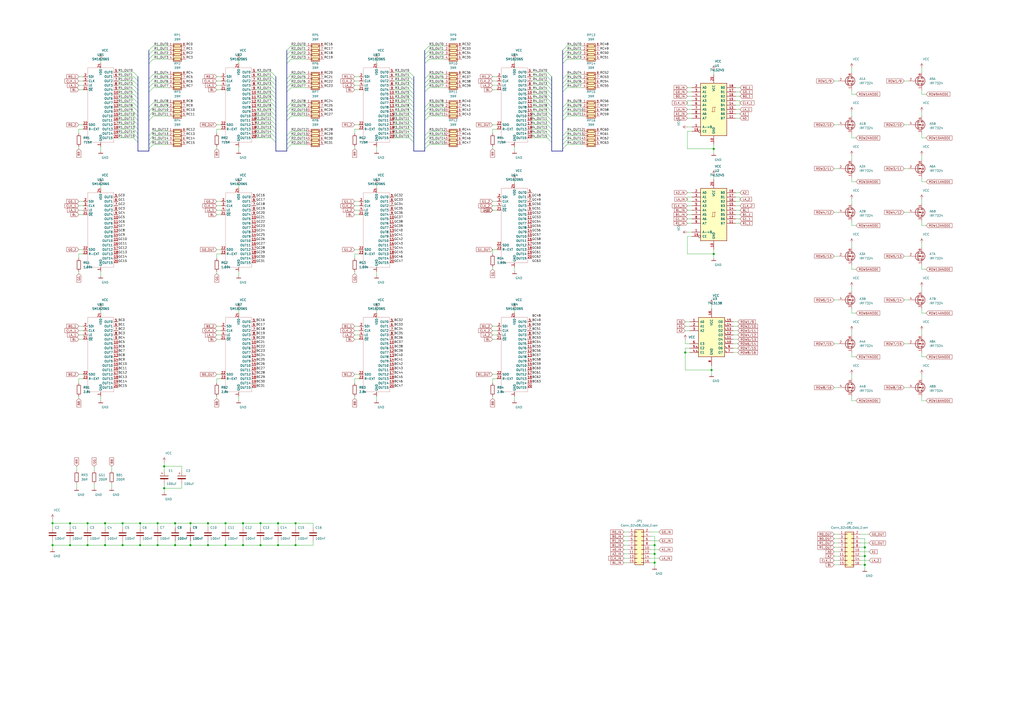
<source format=kicad_sch>
(kicad_sch (version 20201015) (generator eeschema)
  (paper "A2")
  (junction (at 30.48 303.53) (diameter 1.016))
  (junction (at 30.48 316.23) (diameter 1.016))
  (junction (at 40.64 303.53) (diameter 1.016))
  (junction (at 40.64 316.23) (diameter 1.016))
  (junction (at 50.8 303.53) (diameter 1.016))
  (junction (at 50.8 316.23) (diameter 1.016))
  (junction (at 60.96 303.53) (diameter 1.016))
  (junction (at 60.96 316.23) (diameter 1.016))
  (junction (at 71.12 303.53) (diameter 1.016))
  (junction (at 71.12 316.23) (diameter 1.016))
  (junction (at 81.28 303.53) (diameter 1.016))
  (junction (at 81.28 316.23) (diameter 1.016))
  (junction (at 91.44 303.53) (diameter 1.016))
  (junction (at 91.44 316.23) (diameter 1.016))
  (junction (at 95.25 270.51) (diameter 1.016))
  (junction (at 95.25 283.21) (diameter 1.016))
  (junction (at 101.6 303.53) (diameter 1.016))
  (junction (at 101.6 316.23) (diameter 1.016))
  (junction (at 110.49 303.53) (diameter 1.016))
  (junction (at 110.49 316.23) (diameter 1.016))
  (junction (at 120.65 303.53) (diameter 1.016))
  (junction (at 120.65 316.23) (diameter 1.016))
  (junction (at 130.81 303.53) (diameter 1.016))
  (junction (at 130.81 316.23) (diameter 1.016))
  (junction (at 140.97 303.53) (diameter 1.016))
  (junction (at 140.97 316.23) (diameter 1.016))
  (junction (at 151.13 303.53) (diameter 1.016))
  (junction (at 151.13 316.23) (diameter 1.016))
  (junction (at 161.29 303.53) (diameter 1.016))
  (junction (at 161.29 316.23) (diameter 1.016))
  (junction (at 171.45 303.53) (diameter 1.016))
  (junction (at 171.45 316.23) (diameter 1.016))
  (junction (at 379.73 316.23) (diameter 1.016))
  (junction (at 379.73 321.31) (diameter 1.016))
  (junction (at 379.73 326.39) (diameter 1.016))
  (junction (at 397.51 204.47) (diameter 1.016))
  (junction (at 412.75 214.63) (diameter 1.016))
  (junction (at 414.02 86.36) (diameter 1.016))
  (junction (at 414.02 147.32) (diameter 1.016))
  (junction (at 501.65 317.5) (diameter 1.016))
  (junction (at 501.65 322.58) (diameter 1.016))
  (junction (at 501.65 327.66) (diameter 1.016))
  (bus_entry (at 77.47 41.91) (size 2.54 2.54) (stroke (width 0.1524)))
  (bus_entry (at 77.47 44.45) (size 2.54 2.54) (stroke (width 0.1524)))
  (bus_entry (at 77.47 46.99) (size 2.54 2.54) (stroke (width 0.1524)))
  (bus_entry (at 77.47 49.53) (size 2.54 2.54) (stroke (width 0.1524)))
  (bus_entry (at 77.47 52.07) (size 2.54 2.54) (stroke (width 0.1524)))
  (bus_entry (at 77.47 54.61) (size 2.54 2.54) (stroke (width 0.1524)))
  (bus_entry (at 77.47 57.15) (size 2.54 2.54) (stroke (width 0.1524)))
  (bus_entry (at 77.47 59.69) (size 2.54 2.54) (stroke (width 0.1524)))
  (bus_entry (at 77.47 62.23) (size 2.54 2.54) (stroke (width 0.1524)))
  (bus_entry (at 77.47 64.77) (size 2.54 2.54) (stroke (width 0.1524)))
  (bus_entry (at 77.47 67.31) (size 2.54 2.54) (stroke (width 0.1524)))
  (bus_entry (at 77.47 69.85) (size 2.54 2.54) (stroke (width 0.1524)))
  (bus_entry (at 77.47 72.39) (size 2.54 2.54) (stroke (width 0.1524)))
  (bus_entry (at 77.47 74.93) (size 2.54 2.54) (stroke (width 0.1524)))
  (bus_entry (at 77.47 77.47) (size 2.54 2.54) (stroke (width 0.1524)))
  (bus_entry (at 77.47 80.01) (size 2.54 2.54) (stroke (width 0.1524)))
  (bus_entry (at 88.9 26.67) (size -2.54 2.54) (stroke (width 0.1524)))
  (bus_entry (at 88.9 29.21) (size -2.54 2.54) (stroke (width 0.1524)))
  (bus_entry (at 88.9 31.75) (size -2.54 2.54) (stroke (width 0.1524)))
  (bus_entry (at 88.9 34.29) (size -2.54 2.54) (stroke (width 0.1524)))
  (bus_entry (at 88.9 43.18) (size -2.54 2.54) (stroke (width 0.1524)))
  (bus_entry (at 88.9 45.72) (size -2.54 2.54) (stroke (width 0.1524)))
  (bus_entry (at 88.9 48.26) (size -2.54 2.54) (stroke (width 0.1524)))
  (bus_entry (at 88.9 50.8) (size -2.54 2.54) (stroke (width 0.1524)))
  (bus_entry (at 88.9 59.69) (size -2.54 2.54) (stroke (width 0.1524)))
  (bus_entry (at 88.9 62.23) (size -2.54 2.54) (stroke (width 0.1524)))
  (bus_entry (at 88.9 64.77) (size -2.54 2.54) (stroke (width 0.1524)))
  (bus_entry (at 88.9 67.31) (size -2.54 2.54) (stroke (width 0.1524)))
  (bus_entry (at 88.9 76.2) (size -2.54 2.54) (stroke (width 0.1524)))
  (bus_entry (at 88.9 78.74) (size -2.54 2.54) (stroke (width 0.1524)))
  (bus_entry (at 88.9 81.28) (size -2.54 2.54) (stroke (width 0.1524)))
  (bus_entry (at 88.9 83.82) (size -2.54 2.54) (stroke (width 0.1524)))
  (bus_entry (at 157.48 41.91) (size 2.54 2.54) (stroke (width 0.1524)))
  (bus_entry (at 157.48 44.45) (size 2.54 2.54) (stroke (width 0.1524)))
  (bus_entry (at 157.48 46.99) (size 2.54 2.54) (stroke (width 0.1524)))
  (bus_entry (at 157.48 49.53) (size 2.54 2.54) (stroke (width 0.1524)))
  (bus_entry (at 157.48 52.07) (size 2.54 2.54) (stroke (width 0.1524)))
  (bus_entry (at 157.48 54.61) (size 2.54 2.54) (stroke (width 0.1524)))
  (bus_entry (at 157.48 57.15) (size 2.54 2.54) (stroke (width 0.1524)))
  (bus_entry (at 157.48 59.69) (size 2.54 2.54) (stroke (width 0.1524)))
  (bus_entry (at 157.48 62.23) (size 2.54 2.54) (stroke (width 0.1524)))
  (bus_entry (at 157.48 64.77) (size 2.54 2.54) (stroke (width 0.1524)))
  (bus_entry (at 157.48 67.31) (size 2.54 2.54) (stroke (width 0.1524)))
  (bus_entry (at 157.48 69.85) (size 2.54 2.54) (stroke (width 0.1524)))
  (bus_entry (at 157.48 72.39) (size 2.54 2.54) (stroke (width 0.1524)))
  (bus_entry (at 157.48 74.93) (size 2.54 2.54) (stroke (width 0.1524)))
  (bus_entry (at 157.48 77.47) (size 2.54 2.54) (stroke (width 0.1524)))
  (bus_entry (at 157.48 80.01) (size 2.54 2.54) (stroke (width 0.1524)))
  (bus_entry (at 168.91 26.67) (size -2.54 2.54) (stroke (width 0.1524)))
  (bus_entry (at 168.91 29.21) (size -2.54 2.54) (stroke (width 0.1524)))
  (bus_entry (at 168.91 31.75) (size -2.54 2.54) (stroke (width 0.1524)))
  (bus_entry (at 168.91 34.29) (size -2.54 2.54) (stroke (width 0.1524)))
  (bus_entry (at 168.91 43.18) (size -2.54 2.54) (stroke (width 0.1524)))
  (bus_entry (at 168.91 45.72) (size -2.54 2.54) (stroke (width 0.1524)))
  (bus_entry (at 168.91 48.26) (size -2.54 2.54) (stroke (width 0.1524)))
  (bus_entry (at 168.91 50.8) (size -2.54 2.54) (stroke (width 0.1524)))
  (bus_entry (at 168.91 59.69) (size -2.54 2.54) (stroke (width 0.1524)))
  (bus_entry (at 168.91 62.23) (size -2.54 2.54) (stroke (width 0.1524)))
  (bus_entry (at 168.91 64.77) (size -2.54 2.54) (stroke (width 0.1524)))
  (bus_entry (at 168.91 67.31) (size -2.54 2.54) (stroke (width 0.1524)))
  (bus_entry (at 168.91 76.2) (size -2.54 2.54) (stroke (width 0.1524)))
  (bus_entry (at 168.91 78.74) (size -2.54 2.54) (stroke (width 0.1524)))
  (bus_entry (at 168.91 81.28) (size -2.54 2.54) (stroke (width 0.1524)))
  (bus_entry (at 168.91 83.82) (size -2.54 2.54) (stroke (width 0.1524)))
  (bus_entry (at 237.49 41.91) (size 2.54 2.54) (stroke (width 0.1524)))
  (bus_entry (at 237.49 44.45) (size 2.54 2.54) (stroke (width 0.1524)))
  (bus_entry (at 237.49 46.99) (size 2.54 2.54) (stroke (width 0.1524)))
  (bus_entry (at 237.49 49.53) (size 2.54 2.54) (stroke (width 0.1524)))
  (bus_entry (at 237.49 52.07) (size 2.54 2.54) (stroke (width 0.1524)))
  (bus_entry (at 237.49 54.61) (size 2.54 2.54) (stroke (width 0.1524)))
  (bus_entry (at 237.49 57.15) (size 2.54 2.54) (stroke (width 0.1524)))
  (bus_entry (at 237.49 59.69) (size 2.54 2.54) (stroke (width 0.1524)))
  (bus_entry (at 237.49 62.23) (size 2.54 2.54) (stroke (width 0.1524)))
  (bus_entry (at 237.49 64.77) (size 2.54 2.54) (stroke (width 0.1524)))
  (bus_entry (at 237.49 67.31) (size 2.54 2.54) (stroke (width 0.1524)))
  (bus_entry (at 237.49 69.85) (size 2.54 2.54) (stroke (width 0.1524)))
  (bus_entry (at 237.49 72.39) (size 2.54 2.54) (stroke (width 0.1524)))
  (bus_entry (at 237.49 74.93) (size 2.54 2.54) (stroke (width 0.1524)))
  (bus_entry (at 237.49 77.47) (size 2.54 2.54) (stroke (width 0.1524)))
  (bus_entry (at 237.49 80.01) (size 2.54 2.54) (stroke (width 0.1524)))
  (bus_entry (at 248.92 26.67) (size -2.54 2.54) (stroke (width 0.1524)))
  (bus_entry (at 248.92 29.21) (size -2.54 2.54) (stroke (width 0.1524)))
  (bus_entry (at 248.92 31.75) (size -2.54 2.54) (stroke (width 0.1524)))
  (bus_entry (at 248.92 34.29) (size -2.54 2.54) (stroke (width 0.1524)))
  (bus_entry (at 248.92 43.18) (size -2.54 2.54) (stroke (width 0.1524)))
  (bus_entry (at 248.92 45.72) (size -2.54 2.54) (stroke (width 0.1524)))
  (bus_entry (at 248.92 48.26) (size -2.54 2.54) (stroke (width 0.1524)))
  (bus_entry (at 248.92 50.8) (size -2.54 2.54) (stroke (width 0.1524)))
  (bus_entry (at 248.92 59.69) (size -2.54 2.54) (stroke (width 0.1524)))
  (bus_entry (at 248.92 62.23) (size -2.54 2.54) (stroke (width 0.1524)))
  (bus_entry (at 248.92 64.77) (size -2.54 2.54) (stroke (width 0.1524)))
  (bus_entry (at 248.92 67.31) (size -2.54 2.54) (stroke (width 0.1524)))
  (bus_entry (at 248.92 76.2) (size -2.54 2.54) (stroke (width 0.1524)))
  (bus_entry (at 248.92 78.74) (size -2.54 2.54) (stroke (width 0.1524)))
  (bus_entry (at 248.92 81.28) (size -2.54 2.54) (stroke (width 0.1524)))
  (bus_entry (at 248.92 83.82) (size -2.54 2.54) (stroke (width 0.1524)))
  (bus_entry (at 317.5 41.91) (size 2.54 2.54) (stroke (width 0.1524)))
  (bus_entry (at 317.5 44.45) (size 2.54 2.54) (stroke (width 0.1524)))
  (bus_entry (at 317.5 46.99) (size 2.54 2.54) (stroke (width 0.1524)))
  (bus_entry (at 317.5 49.53) (size 2.54 2.54) (stroke (width 0.1524)))
  (bus_entry (at 317.5 52.07) (size 2.54 2.54) (stroke (width 0.1524)))
  (bus_entry (at 317.5 54.61) (size 2.54 2.54) (stroke (width 0.1524)))
  (bus_entry (at 317.5 57.15) (size 2.54 2.54) (stroke (width 0.1524)))
  (bus_entry (at 317.5 59.69) (size 2.54 2.54) (stroke (width 0.1524)))
  (bus_entry (at 317.5 62.23) (size 2.54 2.54) (stroke (width 0.1524)))
  (bus_entry (at 317.5 64.77) (size 2.54 2.54) (stroke (width 0.1524)))
  (bus_entry (at 317.5 67.31) (size 2.54 2.54) (stroke (width 0.1524)))
  (bus_entry (at 317.5 69.85) (size 2.54 2.54) (stroke (width 0.1524)))
  (bus_entry (at 317.5 72.39) (size 2.54 2.54) (stroke (width 0.1524)))
  (bus_entry (at 317.5 74.93) (size 2.54 2.54) (stroke (width 0.1524)))
  (bus_entry (at 317.5 77.47) (size 2.54 2.54) (stroke (width 0.1524)))
  (bus_entry (at 317.5 80.01) (size 2.54 2.54) (stroke (width 0.1524)))
  (bus_entry (at 328.93 26.67) (size -2.54 2.54) (stroke (width 0.1524)))
  (bus_entry (at 328.93 29.21) (size -2.54 2.54) (stroke (width 0.1524)))
  (bus_entry (at 328.93 31.75) (size -2.54 2.54) (stroke (width 0.1524)))
  (bus_entry (at 328.93 34.29) (size -2.54 2.54) (stroke (width 0.1524)))
  (bus_entry (at 328.93 43.18) (size -2.54 2.54) (stroke (width 0.1524)))
  (bus_entry (at 328.93 45.72) (size -2.54 2.54) (stroke (width 0.1524)))
  (bus_entry (at 328.93 48.26) (size -2.54 2.54) (stroke (width 0.1524)))
  (bus_entry (at 328.93 50.8) (size -2.54 2.54) (stroke (width 0.1524)))
  (bus_entry (at 328.93 59.69) (size -2.54 2.54) (stroke (width 0.1524)))
  (bus_entry (at 328.93 62.23) (size -2.54 2.54) (stroke (width 0.1524)))
  (bus_entry (at 328.93 64.77) (size -2.54 2.54) (stroke (width 0.1524)))
  (bus_entry (at 328.93 67.31) (size -2.54 2.54) (stroke (width 0.1524)))
  (bus_entry (at 328.93 76.2) (size -2.54 2.54) (stroke (width 0.1524)))
  (bus_entry (at 328.93 78.74) (size -2.54 2.54) (stroke (width 0.1524)))
  (bus_entry (at 328.93 81.28) (size -2.54 2.54) (stroke (width 0.1524)))
  (bus_entry (at 328.93 83.82) (size -2.54 2.54) (stroke (width 0.1524)))
  (wire (pts (xy 30.48 300.99) (xy 30.48 303.53)))
  (wire (pts (xy 30.48 303.53) (xy 30.48 306.07)))
  (wire (pts (xy 30.48 303.53) (xy 40.64 303.53)))
  (wire (pts (xy 30.48 313.69) (xy 30.48 316.23)))
  (wire (pts (xy 30.48 316.23) (xy 30.48 318.77)))
  (wire (pts (xy 30.48 316.23) (xy 40.64 316.23)))
  (wire (pts (xy 40.64 303.53) (xy 40.64 306.07)))
  (wire (pts (xy 40.64 303.53) (xy 50.8 303.53)))
  (wire (pts (xy 40.64 313.69) (xy 40.64 316.23)))
  (wire (pts (xy 40.64 316.23) (xy 50.8 316.23)))
  (wire (pts (xy 44.45 273.05) (xy 44.45 270.51)))
  (wire (pts (xy 44.45 283.21) (xy 44.45 280.67)))
  (wire (pts (xy 45.72 46.99) (xy 48.26 46.99)))
  (wire (pts (xy 45.72 49.53) (xy 48.26 49.53)))
  (wire (pts (xy 45.72 72.39) (xy 48.26 72.39)))
  (wire (pts (xy 45.72 74.93) (xy 48.26 74.93)))
  (wire (pts (xy 45.72 77.47) (xy 45.72 74.93)))
  (wire (pts (xy 45.72 85.09) (xy 45.72 86.36)))
  (wire (pts (xy 45.72 116.84) (xy 48.26 116.84)))
  (wire (pts (xy 45.72 119.38) (xy 48.26 119.38)))
  (wire (pts (xy 45.72 121.92) (xy 48.26 121.92)))
  (wire (pts (xy 45.72 144.78) (xy 48.26 144.78)))
  (wire (pts (xy 45.72 147.32) (xy 48.26 147.32)))
  (wire (pts (xy 45.72 149.86) (xy 45.72 147.32)))
  (wire (pts (xy 45.72 157.48) (xy 45.72 158.75)))
  (wire (pts (xy 45.72 189.23) (xy 48.26 189.23)))
  (wire (pts (xy 45.72 191.77) (xy 48.26 191.77)))
  (wire (pts (xy 45.72 194.31) (xy 48.26 194.31)))
  (wire (pts (xy 45.72 217.17) (xy 48.26 217.17)))
  (wire (pts (xy 45.72 219.71) (xy 48.26 219.71)))
  (wire (pts (xy 45.72 222.25) (xy 45.72 219.71)))
  (wire (pts (xy 45.72 229.87) (xy 45.72 231.14)))
  (wire (pts (xy 48.26 44.45) (xy 45.72 44.45)))
  (wire (pts (xy 48.26 52.07) (xy 45.72 52.07)))
  (wire (pts (xy 48.26 124.46) (xy 45.72 124.46)))
  (wire (pts (xy 48.26 196.85) (xy 45.72 196.85)))
  (wire (pts (xy 50.8 303.53) (xy 50.8 306.07)))
  (wire (pts (xy 50.8 303.53) (xy 60.96 303.53)))
  (wire (pts (xy 50.8 313.69) (xy 50.8 316.23)))
  (wire (pts (xy 50.8 316.23) (xy 60.96 316.23)))
  (wire (pts (xy 54.61 270.51) (xy 54.61 273.05)))
  (wire (pts (xy 54.61 283.21) (xy 54.61 280.67)))
  (wire (pts (xy 58.42 34.29) (xy 58.42 36.83)))
  (wire (pts (xy 58.42 85.09) (xy 58.42 87.63)))
  (wire (pts (xy 58.42 106.68) (xy 58.42 109.22)))
  (wire (pts (xy 58.42 157.48) (xy 58.42 160.02)))
  (wire (pts (xy 58.42 179.07) (xy 58.42 181.61)))
  (wire (pts (xy 58.42 229.87) (xy 58.42 232.41)))
  (wire (pts (xy 60.96 303.53) (xy 60.96 306.07)))
  (wire (pts (xy 60.96 303.53) (xy 71.12 303.53)))
  (wire (pts (xy 60.96 313.69) (xy 60.96 316.23)))
  (wire (pts (xy 60.96 316.23) (xy 71.12 316.23)))
  (wire (pts (xy 64.77 270.51) (xy 64.77 273.05)))
  (wire (pts (xy 64.77 280.67) (xy 64.77 283.21)))
  (wire (pts (xy 68.58 41.91) (xy 77.47 41.91)))
  (wire (pts (xy 68.58 44.45) (xy 77.47 44.45)))
  (wire (pts (xy 68.58 46.99) (xy 77.47 46.99)))
  (wire (pts (xy 68.58 49.53) (xy 77.47 49.53)))
  (wire (pts (xy 68.58 52.07) (xy 77.47 52.07)))
  (wire (pts (xy 68.58 54.61) (xy 77.47 54.61)))
  (wire (pts (xy 68.58 57.15) (xy 77.47 57.15)))
  (wire (pts (xy 68.58 59.69) (xy 77.47 59.69)))
  (wire (pts (xy 68.58 62.23) (xy 77.47 62.23)))
  (wire (pts (xy 68.58 64.77) (xy 77.47 64.77)))
  (wire (pts (xy 68.58 67.31) (xy 77.47 67.31)))
  (wire (pts (xy 68.58 69.85) (xy 77.47 69.85)))
  (wire (pts (xy 68.58 72.39) (xy 77.47 72.39)))
  (wire (pts (xy 68.58 74.93) (xy 77.47 74.93)))
  (wire (pts (xy 68.58 77.47) (xy 77.47 77.47)))
  (wire (pts (xy 68.58 80.01) (xy 77.47 80.01)))
  (wire (pts (xy 71.12 303.53) (xy 71.12 306.07)))
  (wire (pts (xy 71.12 303.53) (xy 81.28 303.53)))
  (wire (pts (xy 71.12 313.69) (xy 71.12 316.23)))
  (wire (pts (xy 71.12 316.23) (xy 81.28 316.23)))
  (wire (pts (xy 81.28 303.53) (xy 81.28 306.07)))
  (wire (pts (xy 81.28 303.53) (xy 91.44 303.53)))
  (wire (pts (xy 81.28 313.69) (xy 81.28 316.23)))
  (wire (pts (xy 81.28 316.23) (xy 91.44 316.23)))
  (wire (pts (xy 88.9 26.67) (xy 97.79 26.67)))
  (wire (pts (xy 88.9 29.21) (xy 97.79 29.21)))
  (wire (pts (xy 88.9 31.75) (xy 97.79 31.75)))
  (wire (pts (xy 88.9 34.29) (xy 97.79 34.29)))
  (wire (pts (xy 88.9 43.18) (xy 97.79 43.18)))
  (wire (pts (xy 88.9 45.72) (xy 97.79 45.72)))
  (wire (pts (xy 88.9 48.26) (xy 97.79 48.26)))
  (wire (pts (xy 88.9 50.8) (xy 97.79 50.8)))
  (wire (pts (xy 88.9 59.69) (xy 97.79 59.69)))
  (wire (pts (xy 88.9 62.23) (xy 97.79 62.23)))
  (wire (pts (xy 88.9 64.77) (xy 97.79 64.77)))
  (wire (pts (xy 88.9 67.31) (xy 97.79 67.31)))
  (wire (pts (xy 88.9 76.2) (xy 97.79 76.2)))
  (wire (pts (xy 88.9 78.74) (xy 97.79 78.74)))
  (wire (pts (xy 88.9 81.28) (xy 97.79 81.28)))
  (wire (pts (xy 88.9 83.82) (xy 97.79 83.82)))
  (wire (pts (xy 91.44 303.53) (xy 91.44 306.07)))
  (wire (pts (xy 91.44 303.53) (xy 101.6 303.53)))
  (wire (pts (xy 91.44 313.69) (xy 91.44 316.23)))
  (wire (pts (xy 91.44 316.23) (xy 101.6 316.23)))
  (wire (pts (xy 95.25 267.97) (xy 95.25 270.51)))
  (wire (pts (xy 95.25 270.51) (xy 95.25 273.05)))
  (wire (pts (xy 95.25 270.51) (xy 105.41 270.51)))
  (wire (pts (xy 95.25 280.67) (xy 95.25 283.21)))
  (wire (pts (xy 95.25 283.21) (xy 95.25 285.75)))
  (wire (pts (xy 95.25 283.21) (xy 105.41 283.21)))
  (wire (pts (xy 101.6 303.53) (xy 101.6 306.07)))
  (wire (pts (xy 101.6 303.53) (xy 110.49 303.53)))
  (wire (pts (xy 101.6 313.69) (xy 101.6 316.23)))
  (wire (pts (xy 101.6 316.23) (xy 110.49 316.23)))
  (wire (pts (xy 105.41 270.51) (xy 105.41 273.05)))
  (wire (pts (xy 105.41 280.67) (xy 105.41 283.21)))
  (wire (pts (xy 110.49 303.53) (xy 110.49 306.07)))
  (wire (pts (xy 110.49 303.53) (xy 120.65 303.53)))
  (wire (pts (xy 110.49 313.69) (xy 110.49 316.23)))
  (wire (pts (xy 110.49 316.23) (xy 120.65 316.23)))
  (wire (pts (xy 120.65 303.53) (xy 120.65 306.07)))
  (wire (pts (xy 120.65 303.53) (xy 130.81 303.53)))
  (wire (pts (xy 120.65 313.69) (xy 120.65 316.23)))
  (wire (pts (xy 120.65 316.23) (xy 130.81 316.23)))
  (wire (pts (xy 125.73 44.45) (xy 128.27 44.45)))
  (wire (pts (xy 125.73 46.99) (xy 128.27 46.99)))
  (wire (pts (xy 125.73 49.53) (xy 128.27 49.53)))
  (wire (pts (xy 125.73 72.39) (xy 128.27 72.39)))
  (wire (pts (xy 125.73 74.93) (xy 128.27 74.93)))
  (wire (pts (xy 125.73 77.47) (xy 125.73 74.93)))
  (wire (pts (xy 125.73 85.09) (xy 125.73 86.36)))
  (wire (pts (xy 125.73 116.84) (xy 128.27 116.84)))
  (wire (pts (xy 125.73 119.38) (xy 128.27 119.38)))
  (wire (pts (xy 125.73 121.92) (xy 128.27 121.92)))
  (wire (pts (xy 125.73 144.78) (xy 128.27 144.78)))
  (wire (pts (xy 125.73 147.32) (xy 128.27 147.32)))
  (wire (pts (xy 125.73 149.86) (xy 125.73 147.32)))
  (wire (pts (xy 125.73 157.48) (xy 125.73 158.75)))
  (wire (pts (xy 125.73 189.23) (xy 128.27 189.23)))
  (wire (pts (xy 125.73 191.77) (xy 128.27 191.77)))
  (wire (pts (xy 125.73 194.31) (xy 128.27 194.31)))
  (wire (pts (xy 125.73 217.17) (xy 128.27 217.17)))
  (wire (pts (xy 125.73 219.71) (xy 128.27 219.71)))
  (wire (pts (xy 125.73 222.25) (xy 125.73 219.71)))
  (wire (pts (xy 125.73 229.87) (xy 125.73 231.14)))
  (wire (pts (xy 128.27 52.07) (xy 125.73 52.07)))
  (wire (pts (xy 128.27 124.46) (xy 125.73 124.46)))
  (wire (pts (xy 128.27 196.85) (xy 125.73 196.85)))
  (wire (pts (xy 130.81 303.53) (xy 130.81 306.07)))
  (wire (pts (xy 130.81 303.53) (xy 140.97 303.53)))
  (wire (pts (xy 130.81 313.69) (xy 130.81 316.23)))
  (wire (pts (xy 130.81 316.23) (xy 140.97 316.23)))
  (wire (pts (xy 138.43 34.29) (xy 138.43 36.83)))
  (wire (pts (xy 138.43 85.09) (xy 138.43 87.63)))
  (wire (pts (xy 138.43 106.68) (xy 138.43 109.22)))
  (wire (pts (xy 138.43 157.48) (xy 138.43 160.02)))
  (wire (pts (xy 138.43 179.07) (xy 138.43 181.61)))
  (wire (pts (xy 138.43 229.87) (xy 138.43 232.41)))
  (wire (pts (xy 140.97 303.53) (xy 140.97 306.07)))
  (wire (pts (xy 140.97 303.53) (xy 151.13 303.53)))
  (wire (pts (xy 140.97 313.69) (xy 140.97 316.23)))
  (wire (pts (xy 140.97 316.23) (xy 151.13 316.23)))
  (wire (pts (xy 148.59 41.91) (xy 157.48 41.91)))
  (wire (pts (xy 148.59 44.45) (xy 157.48 44.45)))
  (wire (pts (xy 148.59 46.99) (xy 157.48 46.99)))
  (wire (pts (xy 148.59 49.53) (xy 157.48 49.53)))
  (wire (pts (xy 148.59 52.07) (xy 157.48 52.07)))
  (wire (pts (xy 148.59 54.61) (xy 157.48 54.61)))
  (wire (pts (xy 148.59 57.15) (xy 157.48 57.15)))
  (wire (pts (xy 148.59 59.69) (xy 157.48 59.69)))
  (wire (pts (xy 148.59 62.23) (xy 157.48 62.23)))
  (wire (pts (xy 148.59 64.77) (xy 157.48 64.77)))
  (wire (pts (xy 148.59 67.31) (xy 157.48 67.31)))
  (wire (pts (xy 148.59 69.85) (xy 157.48 69.85)))
  (wire (pts (xy 148.59 72.39) (xy 157.48 72.39)))
  (wire (pts (xy 148.59 74.93) (xy 157.48 74.93)))
  (wire (pts (xy 148.59 77.47) (xy 157.48 77.47)))
  (wire (pts (xy 148.59 80.01) (xy 157.48 80.01)))
  (wire (pts (xy 151.13 303.53) (xy 151.13 306.07)))
  (wire (pts (xy 151.13 303.53) (xy 161.29 303.53)))
  (wire (pts (xy 151.13 313.69) (xy 151.13 316.23)))
  (wire (pts (xy 151.13 316.23) (xy 161.29 316.23)))
  (wire (pts (xy 161.29 303.53) (xy 161.29 306.07)))
  (wire (pts (xy 161.29 303.53) (xy 171.45 303.53)))
  (wire (pts (xy 161.29 313.69) (xy 161.29 316.23)))
  (wire (pts (xy 161.29 316.23) (xy 171.45 316.23)))
  (wire (pts (xy 168.91 26.67) (xy 177.8 26.67)))
  (wire (pts (xy 168.91 29.21) (xy 177.8 29.21)))
  (wire (pts (xy 168.91 31.75) (xy 177.8 31.75)))
  (wire (pts (xy 168.91 34.29) (xy 177.8 34.29)))
  (wire (pts (xy 168.91 43.18) (xy 177.8 43.18)))
  (wire (pts (xy 168.91 45.72) (xy 177.8 45.72)))
  (wire (pts (xy 168.91 48.26) (xy 177.8 48.26)))
  (wire (pts (xy 168.91 50.8) (xy 177.8 50.8)))
  (wire (pts (xy 168.91 59.69) (xy 177.8 59.69)))
  (wire (pts (xy 168.91 62.23) (xy 177.8 62.23)))
  (wire (pts (xy 168.91 64.77) (xy 177.8 64.77)))
  (wire (pts (xy 168.91 67.31) (xy 177.8 67.31)))
  (wire (pts (xy 168.91 76.2) (xy 177.8 76.2)))
  (wire (pts (xy 168.91 78.74) (xy 177.8 78.74)))
  (wire (pts (xy 168.91 81.28) (xy 177.8 81.28)))
  (wire (pts (xy 168.91 83.82) (xy 177.8 83.82)))
  (wire (pts (xy 171.45 303.53) (xy 171.45 306.07)))
  (wire (pts (xy 171.45 303.53) (xy 181.61 303.53)))
  (wire (pts (xy 171.45 313.69) (xy 171.45 316.23)))
  (wire (pts (xy 171.45 316.23) (xy 181.61 316.23)))
  (wire (pts (xy 181.61 303.53) (xy 181.61 306.07)))
  (wire (pts (xy 181.61 313.69) (xy 181.61 316.23)))
  (wire (pts (xy 205.74 46.99) (xy 208.28 46.99)))
  (wire (pts (xy 205.74 49.53) (xy 208.28 49.53)))
  (wire (pts (xy 205.74 72.39) (xy 208.28 72.39)))
  (wire (pts (xy 205.74 74.93) (xy 208.28 74.93)))
  (wire (pts (xy 205.74 77.47) (xy 205.74 74.93)))
  (wire (pts (xy 205.74 85.09) (xy 205.74 86.36)))
  (wire (pts (xy 205.74 116.84) (xy 208.28 116.84)))
  (wire (pts (xy 205.74 119.38) (xy 208.28 119.38)))
  (wire (pts (xy 205.74 121.92) (xy 208.28 121.92)))
  (wire (pts (xy 205.74 144.78) (xy 208.28 144.78)))
  (wire (pts (xy 205.74 147.32) (xy 208.28 147.32)))
  (wire (pts (xy 205.74 149.86) (xy 205.74 147.32)))
  (wire (pts (xy 205.74 157.48) (xy 205.74 158.75)))
  (wire (pts (xy 205.74 189.23) (xy 208.28 189.23)))
  (wire (pts (xy 205.74 191.77) (xy 208.28 191.77)))
  (wire (pts (xy 205.74 194.31) (xy 208.28 194.31)))
  (wire (pts (xy 205.74 217.17) (xy 208.28 217.17)))
  (wire (pts (xy 205.74 219.71) (xy 208.28 219.71)))
  (wire (pts (xy 205.74 222.25) (xy 205.74 219.71)))
  (wire (pts (xy 205.74 229.87) (xy 205.74 231.14)))
  (wire (pts (xy 208.28 44.45) (xy 205.74 44.45)))
  (wire (pts (xy 208.28 52.07) (xy 205.74 52.07)))
  (wire (pts (xy 208.28 124.46) (xy 205.74 124.46)))
  (wire (pts (xy 208.28 196.85) (xy 205.74 196.85)))
  (wire (pts (xy 218.44 34.29) (xy 218.44 36.83)))
  (wire (pts (xy 218.44 85.09) (xy 218.44 87.63)))
  (wire (pts (xy 218.44 106.68) (xy 218.44 109.22)))
  (wire (pts (xy 218.44 157.48) (xy 218.44 160.02)))
  (wire (pts (xy 218.44 179.07) (xy 218.44 181.61)))
  (wire (pts (xy 218.44 229.87) (xy 218.44 232.41)))
  (wire (pts (xy 228.6 41.91) (xy 237.49 41.91)))
  (wire (pts (xy 228.6 44.45) (xy 237.49 44.45)))
  (wire (pts (xy 228.6 46.99) (xy 237.49 46.99)))
  (wire (pts (xy 228.6 49.53) (xy 237.49 49.53)))
  (wire (pts (xy 228.6 52.07) (xy 237.49 52.07)))
  (wire (pts (xy 228.6 54.61) (xy 237.49 54.61)))
  (wire (pts (xy 228.6 57.15) (xy 237.49 57.15)))
  (wire (pts (xy 228.6 59.69) (xy 237.49 59.69)))
  (wire (pts (xy 228.6 62.23) (xy 237.49 62.23)))
  (wire (pts (xy 228.6 64.77) (xy 237.49 64.77)))
  (wire (pts (xy 228.6 67.31) (xy 237.49 67.31)))
  (wire (pts (xy 228.6 69.85) (xy 237.49 69.85)))
  (wire (pts (xy 228.6 72.39) (xy 237.49 72.39)))
  (wire (pts (xy 228.6 74.93) (xy 237.49 74.93)))
  (wire (pts (xy 228.6 77.47) (xy 237.49 77.47)))
  (wire (pts (xy 228.6 80.01) (xy 237.49 80.01)))
  (wire (pts (xy 248.92 26.67) (xy 257.81 26.67)))
  (wire (pts (xy 248.92 29.21) (xy 257.81 29.21)))
  (wire (pts (xy 248.92 31.75) (xy 257.81 31.75)))
  (wire (pts (xy 248.92 34.29) (xy 257.81 34.29)))
  (wire (pts (xy 248.92 43.18) (xy 257.81 43.18)))
  (wire (pts (xy 248.92 45.72) (xy 257.81 45.72)))
  (wire (pts (xy 248.92 48.26) (xy 257.81 48.26)))
  (wire (pts (xy 248.92 50.8) (xy 257.81 50.8)))
  (wire (pts (xy 248.92 59.69) (xy 257.81 59.69)))
  (wire (pts (xy 248.92 62.23) (xy 257.81 62.23)))
  (wire (pts (xy 248.92 64.77) (xy 257.81 64.77)))
  (wire (pts (xy 248.92 67.31) (xy 257.81 67.31)))
  (wire (pts (xy 248.92 76.2) (xy 257.81 76.2)))
  (wire (pts (xy 248.92 78.74) (xy 257.81 78.74)))
  (wire (pts (xy 248.92 81.28) (xy 257.81 81.28)))
  (wire (pts (xy 248.92 83.82) (xy 257.81 83.82)))
  (wire (pts (xy 285.75 44.45) (xy 288.29 44.45)))
  (wire (pts (xy 285.75 46.99) (xy 288.29 46.99)))
  (wire (pts (xy 285.75 49.53) (xy 288.29 49.53)))
  (wire (pts (xy 285.75 72.39) (xy 288.29 72.39)))
  (wire (pts (xy 285.75 74.93) (xy 288.29 74.93)))
  (wire (pts (xy 285.75 77.47) (xy 285.75 74.93)))
  (wire (pts (xy 285.75 85.09) (xy 285.75 86.36)))
  (wire (pts (xy 285.75 116.84) (xy 288.29 116.84)))
  (wire (pts (xy 285.75 119.38) (xy 288.29 119.38)))
  (wire (pts (xy 285.75 144.78) (xy 288.29 144.78)))
  (wire (pts (xy 285.75 147.32) (xy 285.75 144.78)))
  (wire (pts (xy 285.75 154.94) (xy 285.75 156.21)))
  (wire (pts (xy 285.75 189.23) (xy 288.29 189.23)))
  (wire (pts (xy 285.75 191.77) (xy 288.29 191.77)))
  (wire (pts (xy 285.75 194.31) (xy 288.29 194.31)))
  (wire (pts (xy 285.75 217.17) (xy 288.29 217.17)))
  (wire (pts (xy 285.75 219.71) (xy 288.29 219.71)))
  (wire (pts (xy 285.75 222.25) (xy 285.75 219.71)))
  (wire (pts (xy 285.75 229.87) (xy 285.75 231.14)))
  (wire (pts (xy 288.29 52.07) (xy 285.75 52.07)))
  (wire (pts (xy 288.29 121.92) (xy 285.75 121.92)))
  (wire (pts (xy 288.29 196.85) (xy 285.75 196.85)))
  (wire (pts (xy 298.45 34.29) (xy 298.45 36.83)))
  (wire (pts (xy 298.45 85.09) (xy 298.45 87.63)))
  (wire (pts (xy 298.45 104.14) (xy 298.45 106.68)))
  (wire (pts (xy 298.45 154.94) (xy 298.45 157.48)))
  (wire (pts (xy 298.45 179.07) (xy 298.45 181.61)))
  (wire (pts (xy 298.45 229.87) (xy 298.45 232.41)))
  (wire (pts (xy 308.61 41.91) (xy 317.5 41.91)))
  (wire (pts (xy 308.61 44.45) (xy 317.5 44.45)))
  (wire (pts (xy 308.61 46.99) (xy 317.5 46.99)))
  (wire (pts (xy 308.61 49.53) (xy 317.5 49.53)))
  (wire (pts (xy 308.61 52.07) (xy 317.5 52.07)))
  (wire (pts (xy 308.61 54.61) (xy 317.5 54.61)))
  (wire (pts (xy 308.61 57.15) (xy 317.5 57.15)))
  (wire (pts (xy 308.61 59.69) (xy 317.5 59.69)))
  (wire (pts (xy 308.61 62.23) (xy 317.5 62.23)))
  (wire (pts (xy 308.61 64.77) (xy 317.5 64.77)))
  (wire (pts (xy 308.61 67.31) (xy 317.5 67.31)))
  (wire (pts (xy 308.61 69.85) (xy 317.5 69.85)))
  (wire (pts (xy 308.61 72.39) (xy 317.5 72.39)))
  (wire (pts (xy 308.61 74.93) (xy 317.5 74.93)))
  (wire (pts (xy 308.61 77.47) (xy 317.5 77.47)))
  (wire (pts (xy 308.61 80.01) (xy 317.5 80.01)))
  (wire (pts (xy 328.93 26.67) (xy 337.82 26.67)))
  (wire (pts (xy 328.93 29.21) (xy 337.82 29.21)))
  (wire (pts (xy 328.93 31.75) (xy 337.82 31.75)))
  (wire (pts (xy 328.93 34.29) (xy 337.82 34.29)))
  (wire (pts (xy 328.93 43.18) (xy 337.82 43.18)))
  (wire (pts (xy 328.93 45.72) (xy 337.82 45.72)))
  (wire (pts (xy 328.93 48.26) (xy 337.82 48.26)))
  (wire (pts (xy 328.93 50.8) (xy 337.82 50.8)))
  (wire (pts (xy 328.93 59.69) (xy 337.82 59.69)))
  (wire (pts (xy 328.93 62.23) (xy 337.82 62.23)))
  (wire (pts (xy 328.93 64.77) (xy 337.82 64.77)))
  (wire (pts (xy 328.93 67.31) (xy 337.82 67.31)))
  (wire (pts (xy 328.93 76.2) (xy 337.82 76.2)))
  (wire (pts (xy 328.93 78.74) (xy 337.82 78.74)))
  (wire (pts (xy 328.93 81.28) (xy 337.82 81.28)))
  (wire (pts (xy 328.93 83.82) (xy 337.82 83.82)))
  (wire (pts (xy 361.95 308.61) (xy 364.49 308.61)))
  (wire (pts (xy 361.95 311.15) (xy 364.49 311.15)))
  (wire (pts (xy 361.95 313.69) (xy 364.49 313.69)))
  (wire (pts (xy 361.95 316.23) (xy 364.49 316.23)))
  (wire (pts (xy 361.95 318.77) (xy 364.49 318.77)))
  (wire (pts (xy 361.95 321.31) (xy 364.49 321.31)))
  (wire (pts (xy 361.95 323.85) (xy 364.49 323.85)))
  (wire (pts (xy 361.95 326.39) (xy 364.49 326.39)))
  (wire (pts (xy 377.19 308.61) (xy 382.27 308.61)))
  (wire (pts (xy 377.19 313.69) (xy 382.27 313.69)))
  (wire (pts (xy 377.19 316.23) (xy 379.73 316.23)))
  (wire (pts (xy 377.19 318.77) (xy 382.27 318.77)))
  (wire (pts (xy 377.19 321.31) (xy 379.73 321.31)))
  (wire (pts (xy 377.19 323.85) (xy 382.27 323.85)))
  (wire (pts (xy 379.73 311.15) (xy 377.19 311.15)))
  (wire (pts (xy 379.73 311.15) (xy 379.73 316.23)))
  (wire (pts (xy 379.73 316.23) (xy 379.73 321.31)))
  (wire (pts (xy 379.73 321.31) (xy 379.73 326.39)))
  (wire (pts (xy 379.73 326.39) (xy 377.19 326.39)))
  (wire (pts (xy 379.73 328.93) (xy 379.73 326.39)))
  (wire (pts (xy 397.51 186.69) (xy 400.05 186.69)))
  (wire (pts (xy 397.51 189.23) (xy 400.05 189.23)))
  (wire (pts (xy 397.51 191.77) (xy 400.05 191.77)))
  (wire (pts (xy 397.51 199.39) (xy 397.51 196.85)))
  (wire (pts (xy 397.51 201.93) (xy 400.05 201.93)))
  (wire (pts (xy 397.51 204.47) (xy 397.51 201.93)))
  (wire (pts (xy 397.51 204.47) (xy 400.05 204.47)))
  (wire (pts (xy 397.51 214.63) (xy 397.51 204.47)))
  (wire (pts (xy 398.78 50.8) (xy 401.32 50.8)))
  (wire (pts (xy 398.78 53.34) (xy 401.32 53.34)))
  (wire (pts (xy 398.78 55.88) (xy 401.32 55.88)))
  (wire (pts (xy 398.78 58.42) (xy 398.78 60.96)))
  (wire (pts (xy 398.78 60.96) (xy 401.32 60.96)))
  (wire (pts (xy 398.78 63.5) (xy 401.32 63.5)))
  (wire (pts (xy 398.78 68.58) (xy 401.32 68.58)))
  (wire (pts (xy 398.78 73.66) (xy 401.32 73.66)))
  (wire (pts (xy 398.78 76.2) (xy 398.78 86.36)))
  (wire (pts (xy 398.78 86.36) (xy 414.02 86.36)))
  (wire (pts (xy 398.78 111.76) (xy 401.32 111.76)))
  (wire (pts (xy 398.78 114.3) (xy 401.32 114.3)))
  (wire (pts (xy 398.78 116.84) (xy 398.78 114.3)))
  (wire (pts (xy 398.78 116.84) (xy 401.32 116.84)))
  (wire (pts (xy 398.78 119.38) (xy 401.32 119.38)))
  (wire (pts (xy 398.78 121.92) (xy 401.32 121.92)))
  (wire (pts (xy 398.78 124.46) (xy 401.32 124.46)))
  (wire (pts (xy 398.78 127) (xy 401.32 127)))
  (wire (pts (xy 398.78 129.54) (xy 401.32 129.54)))
  (wire (pts (xy 398.78 134.62) (xy 401.32 134.62)))
  (wire (pts (xy 398.78 137.16) (xy 398.78 147.32)))
  (wire (pts (xy 398.78 147.32) (xy 414.02 147.32)))
  (wire (pts (xy 400.05 199.39) (xy 397.51 199.39)))
  (wire (pts (xy 401.32 58.42) (xy 398.78 58.42)))
  (wire (pts (xy 401.32 66.04) (xy 398.78 66.04)))
  (wire (pts (xy 401.32 76.2) (xy 398.78 76.2)))
  (wire (pts (xy 401.32 137.16) (xy 398.78 137.16)))
  (wire (pts (xy 412.75 176.53) (xy 412.75 179.07)))
  (wire (pts (xy 412.75 212.09) (xy 412.75 214.63)))
  (wire (pts (xy 412.75 214.63) (xy 397.51 214.63)))
  (wire (pts (xy 412.75 214.63) (xy 412.75 217.17)))
  (wire (pts (xy 414.02 40.64) (xy 414.02 43.18)))
  (wire (pts (xy 414.02 83.82) (xy 414.02 86.36)))
  (wire (pts (xy 414.02 86.36) (xy 414.02 88.9)))
  (wire (pts (xy 414.02 101.6) (xy 414.02 104.14)))
  (wire (pts (xy 414.02 144.78) (xy 414.02 147.32)))
  (wire (pts (xy 414.02 147.32) (xy 414.02 149.86)))
  (wire (pts (xy 425.45 186.69) (xy 427.99 186.69)))
  (wire (pts (xy 425.45 189.23) (xy 427.99 189.23)))
  (wire (pts (xy 425.45 191.77) (xy 427.99 191.77)))
  (wire (pts (xy 425.45 194.31) (xy 427.99 194.31)))
  (wire (pts (xy 425.45 196.85) (xy 427.99 196.85)))
  (wire (pts (xy 425.45 199.39) (xy 427.99 199.39)))
  (wire (pts (xy 425.45 201.93) (xy 427.99 201.93)))
  (wire (pts (xy 425.45 204.47) (xy 427.99 204.47)))
  (wire (pts (xy 426.72 50.8) (xy 429.26 50.8)))
  (wire (pts (xy 426.72 53.34) (xy 429.26 53.34)))
  (wire (pts (xy 426.72 55.88) (xy 429.26 55.88)))
  (wire (pts (xy 426.72 58.42) (xy 429.26 58.42)))
  (wire (pts (xy 426.72 60.96) (xy 429.26 60.96)))
  (wire (pts (xy 426.72 66.04) (xy 429.26 66.04)))
  (wire (pts (xy 426.72 68.58) (xy 429.26 68.58)))
  (wire (pts (xy 426.72 119.38) (xy 429.26 119.38)))
  (wire (pts (xy 426.72 121.92) (xy 429.26 121.92)))
  (wire (pts (xy 426.72 124.46) (xy 429.26 124.46)))
  (wire (pts (xy 426.72 127) (xy 429.26 127)))
  (wire (pts (xy 426.72 129.54) (xy 429.26 129.54)))
  (wire (pts (xy 429.26 58.42) (xy 429.26 60.96)))
  (wire (pts (xy 429.26 63.5) (xy 426.72 63.5)))
  (wire (pts (xy 429.26 111.76) (xy 426.72 111.76)))
  (wire (pts (xy 429.26 114.3) (xy 426.72 114.3)))
  (wire (pts (xy 429.26 116.84) (xy 426.72 116.84)))
  (wire (pts (xy 429.26 116.84) (xy 429.26 114.3)))
  (wire (pts (xy 483.87 46.99) (xy 486.41 46.99)))
  (wire (pts (xy 483.87 72.39) (xy 486.41 72.39)))
  (wire (pts (xy 483.87 97.79) (xy 486.41 97.79)))
  (wire (pts (xy 483.87 123.19) (xy 486.41 123.19)))
  (wire (pts (xy 483.87 148.59) (xy 486.41 148.59)))
  (wire (pts (xy 483.87 173.99) (xy 486.41 173.99)))
  (wire (pts (xy 483.87 199.39) (xy 486.41 199.39)))
  (wire (pts (xy 483.87 224.79) (xy 486.41 224.79)))
  (wire (pts (xy 483.87 309.88) (xy 486.41 309.88)))
  (wire (pts (xy 483.87 312.42) (xy 486.41 312.42)))
  (wire (pts (xy 483.87 314.96) (xy 486.41 314.96)))
  (wire (pts (xy 483.87 317.5) (xy 486.41 317.5)))
  (wire (pts (xy 483.87 320.04) (xy 486.41 320.04)))
  (wire (pts (xy 483.87 322.58) (xy 486.41 322.58)))
  (wire (pts (xy 483.87 325.12) (xy 486.41 325.12)))
  (wire (pts (xy 483.87 327.66) (xy 486.41 327.66)))
  (wire (pts (xy 494.03 39.37) (xy 494.03 41.91)))
  (wire (pts (xy 494.03 54.61) (xy 494.03 52.07)))
  (wire (pts (xy 494.03 64.77) (xy 494.03 67.31)))
  (wire (pts (xy 494.03 80.01) (xy 494.03 77.47)))
  (wire (pts (xy 494.03 90.17) (xy 494.03 92.71)))
  (wire (pts (xy 494.03 105.41) (xy 494.03 102.87)))
  (wire (pts (xy 494.03 115.57) (xy 494.03 118.11)))
  (wire (pts (xy 494.03 130.81) (xy 494.03 128.27)))
  (wire (pts (xy 494.03 140.97) (xy 494.03 143.51)))
  (wire (pts (xy 494.03 156.21) (xy 494.03 153.67)))
  (wire (pts (xy 494.03 166.37) (xy 494.03 168.91)))
  (wire (pts (xy 494.03 181.61) (xy 494.03 179.07)))
  (wire (pts (xy 494.03 191.77) (xy 494.03 194.31)))
  (wire (pts (xy 494.03 207.01) (xy 494.03 204.47)))
  (wire (pts (xy 494.03 217.17) (xy 494.03 219.71)))
  (wire (pts (xy 494.03 232.41) (xy 494.03 229.87)))
  (wire (pts (xy 496.57 54.61) (xy 494.03 54.61)))
  (wire (pts (xy 496.57 80.01) (xy 494.03 80.01)))
  (wire (pts (xy 496.57 105.41) (xy 494.03 105.41)))
  (wire (pts (xy 496.57 130.81) (xy 494.03 130.81)))
  (wire (pts (xy 496.57 156.21) (xy 494.03 156.21)))
  (wire (pts (xy 496.57 181.61) (xy 494.03 181.61)))
  (wire (pts (xy 496.57 207.01) (xy 494.03 207.01)))
  (wire (pts (xy 496.57 232.41) (xy 494.03 232.41)))
  (wire (pts (xy 499.11 309.88) (xy 504.19 309.88)))
  (wire (pts (xy 499.11 312.42) (xy 501.65 312.42)))
  (wire (pts (xy 499.11 314.96) (xy 504.19 314.96)))
  (wire (pts (xy 499.11 317.5) (xy 501.65 317.5)))
  (wire (pts (xy 499.11 320.04) (xy 504.19 320.04)))
  (wire (pts (xy 499.11 322.58) (xy 501.65 322.58)))
  (wire (pts (xy 499.11 325.12) (xy 504.19 325.12)))
  (wire (pts (xy 499.11 327.66) (xy 501.65 327.66)))
  (wire (pts (xy 501.65 312.42) (xy 501.65 317.5)))
  (wire (pts (xy 501.65 317.5) (xy 501.65 322.58)))
  (wire (pts (xy 501.65 322.58) (xy 501.65 327.66)))
  (wire (pts (xy 501.65 327.66) (xy 501.65 330.2)))
  (wire (pts (xy 524.51 46.99) (xy 527.05 46.99)))
  (wire (pts (xy 524.51 72.39) (xy 527.05 72.39)))
  (wire (pts (xy 524.51 97.79) (xy 527.05 97.79)))
  (wire (pts (xy 524.51 123.19) (xy 527.05 123.19)))
  (wire (pts (xy 524.51 148.59) (xy 527.05 148.59)))
  (wire (pts (xy 524.51 173.99) (xy 527.05 173.99)))
  (wire (pts (xy 524.51 199.39) (xy 527.05 199.39)))
  (wire (pts (xy 524.51 224.79) (xy 527.05 224.79)))
  (wire (pts (xy 534.67 39.37) (xy 534.67 41.91)))
  (wire (pts (xy 534.67 54.61) (xy 534.67 52.07)))
  (wire (pts (xy 534.67 64.77) (xy 534.67 67.31)))
  (wire (pts (xy 534.67 80.01) (xy 534.67 77.47)))
  (wire (pts (xy 534.67 90.17) (xy 534.67 92.71)))
  (wire (pts (xy 534.67 105.41) (xy 534.67 102.87)))
  (wire (pts (xy 534.67 115.57) (xy 534.67 118.11)))
  (wire (pts (xy 534.67 130.81) (xy 534.67 128.27)))
  (wire (pts (xy 534.67 140.97) (xy 534.67 143.51)))
  (wire (pts (xy 534.67 156.21) (xy 534.67 153.67)))
  (wire (pts (xy 534.67 166.37) (xy 534.67 168.91)))
  (wire (pts (xy 534.67 181.61) (xy 534.67 179.07)))
  (wire (pts (xy 534.67 191.77) (xy 534.67 194.31)))
  (wire (pts (xy 534.67 207.01) (xy 534.67 204.47)))
  (wire (pts (xy 534.67 217.17) (xy 534.67 219.71)))
  (wire (pts (xy 534.67 232.41) (xy 534.67 229.87)))
  (wire (pts (xy 537.21 54.61) (xy 534.67 54.61)))
  (wire (pts (xy 537.21 80.01) (xy 534.67 80.01)))
  (wire (pts (xy 537.21 105.41) (xy 534.67 105.41)))
  (wire (pts (xy 537.21 130.81) (xy 534.67 130.81)))
  (wire (pts (xy 537.21 156.21) (xy 534.67 156.21)))
  (wire (pts (xy 537.21 181.61) (xy 534.67 181.61)))
  (wire (pts (xy 537.21 207.01) (xy 534.67 207.01)))
  (wire (pts (xy 537.21 232.41) (xy 534.67 232.41)))
  (bus (pts (xy 80.01 44.45) (xy 80.01 46.99)))
  (bus (pts (xy 80.01 46.99) (xy 80.01 49.53)))
  (bus (pts (xy 80.01 49.53) (xy 80.01 52.07)))
  (bus (pts (xy 80.01 52.07) (xy 80.01 54.61)))
  (bus (pts (xy 80.01 54.61) (xy 80.01 57.15)))
  (bus (pts (xy 80.01 57.15) (xy 80.01 59.69)))
  (bus (pts (xy 80.01 59.69) (xy 80.01 62.23)))
  (bus (pts (xy 80.01 62.23) (xy 80.01 64.77)))
  (bus (pts (xy 80.01 64.77) (xy 80.01 67.31)))
  (bus (pts (xy 80.01 67.31) (xy 80.01 69.85)))
  (bus (pts (xy 80.01 69.85) (xy 80.01 72.39)))
  (bus (pts (xy 80.01 72.39) (xy 80.01 74.93)))
  (bus (pts (xy 80.01 74.93) (xy 80.01 77.47)))
  (bus (pts (xy 80.01 77.47) (xy 80.01 80.01)))
  (bus (pts (xy 80.01 80.01) (xy 80.01 82.55)))
  (bus (pts (xy 80.01 82.55) (xy 80.01 87.63)))
  (bus (pts (xy 80.01 87.63) (xy 86.36 87.63)))
  (bus (pts (xy 86.36 29.21) (xy 86.36 31.75)))
  (bus (pts (xy 86.36 31.75) (xy 86.36 34.29)))
  (bus (pts (xy 86.36 34.29) (xy 86.36 36.83)))
  (bus (pts (xy 86.36 36.83) (xy 86.36 45.72)))
  (bus (pts (xy 86.36 45.72) (xy 86.36 48.26)))
  (bus (pts (xy 86.36 48.26) (xy 86.36 50.8)))
  (bus (pts (xy 86.36 50.8) (xy 86.36 53.34)))
  (bus (pts (xy 86.36 53.34) (xy 86.36 62.23)))
  (bus (pts (xy 86.36 62.23) (xy 86.36 64.77)))
  (bus (pts (xy 86.36 64.77) (xy 86.36 67.31)))
  (bus (pts (xy 86.36 67.31) (xy 86.36 69.85)))
  (bus (pts (xy 86.36 69.85) (xy 86.36 78.74)))
  (bus (pts (xy 86.36 78.74) (xy 86.36 81.28)))
  (bus (pts (xy 86.36 81.28) (xy 86.36 83.82)))
  (bus (pts (xy 86.36 83.82) (xy 86.36 86.36)))
  (bus (pts (xy 86.36 86.36) (xy 86.36 87.63)))
  (bus (pts (xy 160.02 44.45) (xy 160.02 46.99)))
  (bus (pts (xy 160.02 46.99) (xy 160.02 49.53)))
  (bus (pts (xy 160.02 49.53) (xy 160.02 52.07)))
  (bus (pts (xy 160.02 52.07) (xy 160.02 54.61)))
  (bus (pts (xy 160.02 54.61) (xy 160.02 57.15)))
  (bus (pts (xy 160.02 57.15) (xy 160.02 59.69)))
  (bus (pts (xy 160.02 59.69) (xy 160.02 62.23)))
  (bus (pts (xy 160.02 62.23) (xy 160.02 64.77)))
  (bus (pts (xy 160.02 64.77) (xy 160.02 67.31)))
  (bus (pts (xy 160.02 67.31) (xy 160.02 69.85)))
  (bus (pts (xy 160.02 69.85) (xy 160.02 72.39)))
  (bus (pts (xy 160.02 72.39) (xy 160.02 74.93)))
  (bus (pts (xy 160.02 74.93) (xy 160.02 77.47)))
  (bus (pts (xy 160.02 77.47) (xy 160.02 80.01)))
  (bus (pts (xy 160.02 80.01) (xy 160.02 82.55)))
  (bus (pts (xy 160.02 82.55) (xy 160.02 87.63)))
  (bus (pts (xy 160.02 87.63) (xy 166.37 87.63)))
  (bus (pts (xy 166.37 29.21) (xy 166.37 31.75)))
  (bus (pts (xy 166.37 31.75) (xy 166.37 34.29)))
  (bus (pts (xy 166.37 34.29) (xy 166.37 36.83)))
  (bus (pts (xy 166.37 36.83) (xy 166.37 45.72)))
  (bus (pts (xy 166.37 45.72) (xy 166.37 48.26)))
  (bus (pts (xy 166.37 48.26) (xy 166.37 50.8)))
  (bus (pts (xy 166.37 50.8) (xy 166.37 53.34)))
  (bus (pts (xy 166.37 53.34) (xy 166.37 62.23)))
  (bus (pts (xy 166.37 62.23) (xy 166.37 64.77)))
  (bus (pts (xy 166.37 64.77) (xy 166.37 67.31)))
  (bus (pts (xy 166.37 67.31) (xy 166.37 69.85)))
  (bus (pts (xy 166.37 69.85) (xy 166.37 78.74)))
  (bus (pts (xy 166.37 78.74) (xy 166.37 81.28)))
  (bus (pts (xy 166.37 81.28) (xy 166.37 83.82)))
  (bus (pts (xy 166.37 83.82) (xy 166.37 86.36)))
  (bus (pts (xy 166.37 86.36) (xy 166.37 87.63)))
  (bus (pts (xy 240.03 44.45) (xy 240.03 46.99)))
  (bus (pts (xy 240.03 46.99) (xy 240.03 49.53)))
  (bus (pts (xy 240.03 49.53) (xy 240.03 52.07)))
  (bus (pts (xy 240.03 52.07) (xy 240.03 54.61)))
  (bus (pts (xy 240.03 54.61) (xy 240.03 57.15)))
  (bus (pts (xy 240.03 57.15) (xy 240.03 59.69)))
  (bus (pts (xy 240.03 59.69) (xy 240.03 62.23)))
  (bus (pts (xy 240.03 62.23) (xy 240.03 64.77)))
  (bus (pts (xy 240.03 64.77) (xy 240.03 67.31)))
  (bus (pts (xy 240.03 67.31) (xy 240.03 69.85)))
  (bus (pts (xy 240.03 69.85) (xy 240.03 72.39)))
  (bus (pts (xy 240.03 72.39) (xy 240.03 74.93)))
  (bus (pts (xy 240.03 74.93) (xy 240.03 77.47)))
  (bus (pts (xy 240.03 77.47) (xy 240.03 80.01)))
  (bus (pts (xy 240.03 80.01) (xy 240.03 82.55)))
  (bus (pts (xy 240.03 82.55) (xy 240.03 87.63)))
  (bus (pts (xy 240.03 87.63) (xy 246.38 87.63)))
  (bus (pts (xy 246.38 29.21) (xy 246.38 31.75)))
  (bus (pts (xy 246.38 31.75) (xy 246.38 34.29)))
  (bus (pts (xy 246.38 34.29) (xy 246.38 36.83)))
  (bus (pts (xy 246.38 36.83) (xy 246.38 45.72)))
  (bus (pts (xy 246.38 45.72) (xy 246.38 48.26)))
  (bus (pts (xy 246.38 48.26) (xy 246.38 50.8)))
  (bus (pts (xy 246.38 50.8) (xy 246.38 53.34)))
  (bus (pts (xy 246.38 53.34) (xy 246.38 62.23)))
  (bus (pts (xy 246.38 62.23) (xy 246.38 64.77)))
  (bus (pts (xy 246.38 64.77) (xy 246.38 67.31)))
  (bus (pts (xy 246.38 67.31) (xy 246.38 69.85)))
  (bus (pts (xy 246.38 69.85) (xy 246.38 78.74)))
  (bus (pts (xy 246.38 78.74) (xy 246.38 81.28)))
  (bus (pts (xy 246.38 81.28) (xy 246.38 83.82)))
  (bus (pts (xy 246.38 83.82) (xy 246.38 86.36)))
  (bus (pts (xy 246.38 86.36) (xy 246.38 87.63)))
  (bus (pts (xy 320.04 44.45) (xy 320.04 46.99)))
  (bus (pts (xy 320.04 46.99) (xy 320.04 49.53)))
  (bus (pts (xy 320.04 49.53) (xy 320.04 52.07)))
  (bus (pts (xy 320.04 52.07) (xy 320.04 54.61)))
  (bus (pts (xy 320.04 54.61) (xy 320.04 57.15)))
  (bus (pts (xy 320.04 57.15) (xy 320.04 59.69)))
  (bus (pts (xy 320.04 59.69) (xy 320.04 62.23)))
  (bus (pts (xy 320.04 62.23) (xy 320.04 64.77)))
  (bus (pts (xy 320.04 64.77) (xy 320.04 67.31)))
  (bus (pts (xy 320.04 67.31) (xy 320.04 69.85)))
  (bus (pts (xy 320.04 69.85) (xy 320.04 72.39)))
  (bus (pts (xy 320.04 72.39) (xy 320.04 74.93)))
  (bus (pts (xy 320.04 74.93) (xy 320.04 77.47)))
  (bus (pts (xy 320.04 77.47) (xy 320.04 80.01)))
  (bus (pts (xy 320.04 80.01) (xy 320.04 82.55)))
  (bus (pts (xy 320.04 82.55) (xy 320.04 87.63)))
  (bus (pts (xy 320.04 87.63) (xy 326.39 87.63)))
  (bus (pts (xy 326.39 29.21) (xy 326.39 31.75)))
  (bus (pts (xy 326.39 31.75) (xy 326.39 34.29)))
  (bus (pts (xy 326.39 34.29) (xy 326.39 36.83)))
  (bus (pts (xy 326.39 36.83) (xy 326.39 45.72)))
  (bus (pts (xy 326.39 45.72) (xy 326.39 48.26)))
  (bus (pts (xy 326.39 48.26) (xy 326.39 50.8)))
  (bus (pts (xy 326.39 50.8) (xy 326.39 53.34)))
  (bus (pts (xy 326.39 53.34) (xy 326.39 62.23)))
  (bus (pts (xy 326.39 62.23) (xy 326.39 64.77)))
  (bus (pts (xy 326.39 64.77) (xy 326.39 67.31)))
  (bus (pts (xy 326.39 67.31) (xy 326.39 69.85)))
  (bus (pts (xy 326.39 69.85) (xy 326.39 78.74)))
  (bus (pts (xy 326.39 78.74) (xy 326.39 81.28)))
  (bus (pts (xy 326.39 81.28) (xy 326.39 83.82)))
  (bus (pts (xy 326.39 83.82) (xy 326.39 86.36)))
  (bus (pts (xy 326.39 86.36) (xy 326.39 87.63)))
  (label "R1_OUT0" (at 68.58 41.91 0))
  (label "R1_OUT1" (at 68.58 44.45 0))
  (label "R1_OUT2" (at 68.58 46.99 0))
  (label "R1_OUT3" (at 68.58 49.53 0))
  (label "R1_OUT4" (at 68.58 52.07 0))
  (label "R1_OUT5" (at 68.58 54.61 0))
  (label "R1_OUT6" (at 68.58 57.15 0))
  (label "R1_OUT7" (at 68.58 59.69 0))
  (label "R1_OUT8" (at 68.58 62.23 0))
  (label "R1_OUT9" (at 68.58 64.77 0))
  (label "R1_OUT10" (at 68.58 67.31 0))
  (label "R1_OUT11" (at 68.58 69.85 0))
  (label "R1_OUT12" (at 68.58 72.39 0))
  (label "R1_OUT13" (at 68.58 74.93 0))
  (label "R1_OUT14" (at 68.58 77.47 0))
  (label "R1_OUT15" (at 68.58 80.01 0))
  (label "GC0" (at 68.58 114.3 0))
  (label "GC1" (at 68.58 116.84 0))
  (label "GC2" (at 68.58 119.38 0))
  (label "GC3" (at 68.58 121.92 0))
  (label "GC4" (at 68.58 124.46 0))
  (label "GC5" (at 68.58 127 0))
  (label "GC6" (at 68.58 129.54 0))
  (label "GC7" (at 68.58 132.08 0))
  (label "GC8" (at 68.58 134.62 0))
  (label "GC9" (at 68.58 137.16 0))
  (label "GC10" (at 68.58 139.7 0))
  (label "GC11" (at 68.58 142.24 0))
  (label "GC12" (at 68.58 144.78 0))
  (label "GC13" (at 68.58 147.32 0))
  (label "GC14" (at 68.58 149.86 0))
  (label "GC15" (at 68.58 152.4 0))
  (label "BC0" (at 68.58 186.69 0))
  (label "BC1" (at 68.58 189.23 0))
  (label "BC2" (at 68.58 191.77 0))
  (label "BC3" (at 68.58 194.31 0))
  (label "BC4" (at 68.58 196.85 0))
  (label "BC5" (at 68.58 199.39 0))
  (label "BC6" (at 68.58 201.93 0))
  (label "BC7" (at 68.58 204.47 0))
  (label "BC8" (at 68.58 207.01 0))
  (label "BC9" (at 68.58 209.55 0))
  (label "BC10" (at 68.58 212.09 0))
  (label "BC11" (at 68.58 214.63 0))
  (label "BC12" (at 68.58 217.17 0))
  (label "BC13" (at 68.58 219.71 0))
  (label "BC14" (at 68.58 222.25 0))
  (label "BC15" (at 68.58 224.79 0))
  (label "R1_OUT0" (at 97.79 26.67 180))
  (label "R1_OUT1" (at 97.79 29.21 180))
  (label "R1_OUT2" (at 97.79 31.75 180))
  (label "R1_OUT3" (at 97.79 34.29 180))
  (label "R1_OUT4" (at 97.79 43.18 180))
  (label "R1_OUT5" (at 97.79 45.72 180))
  (label "R1_OUT6" (at 97.79 48.26 180))
  (label "R1_OUT7" (at 97.79 50.8 180))
  (label "R1_OUT8" (at 97.79 59.69 180))
  (label "R1_OUT9" (at 97.79 62.23 180))
  (label "R1_OUT10" (at 97.79 64.77 180))
  (label "R1_OUT11" (at 97.79 67.31 180))
  (label "R1_OUT12" (at 97.79 76.2 180))
  (label "R1_OUT13" (at 97.79 78.74 180))
  (label "R1_OUT14" (at 97.79 81.28 180))
  (label "R1_OUT15" (at 97.79 83.82 180))
  (label "RC0" (at 107.95 26.67 0))
  (label "RC1" (at 107.95 29.21 0))
  (label "RC2" (at 107.95 31.75 0))
  (label "RC3" (at 107.95 34.29 0))
  (label "RC4" (at 107.95 43.18 0))
  (label "RC5" (at 107.95 45.72 0))
  (label "RC6" (at 107.95 48.26 0))
  (label "RC7" (at 107.95 50.8 0))
  (label "RC8" (at 107.95 59.69 0))
  (label "RC9" (at 107.95 62.23 0))
  (label "RC10" (at 107.95 64.77 0))
  (label "RC11" (at 107.95 67.31 0))
  (label "RC12" (at 107.95 76.2 0))
  (label "RC13" (at 107.95 78.74 0))
  (label "RC14" (at 107.95 81.28 0))
  (label "RC15" (at 107.95 83.82 0))
  (label "GC16" (at 148.59 114.3 0))
  (label "GC17" (at 148.59 116.84 0))
  (label "GC18" (at 148.59 119.38 0))
  (label "GC19" (at 148.59 121.92 0))
  (label "GC20" (at 148.59 124.46 0))
  (label "GC21" (at 148.59 127 0))
  (label "GC22" (at 148.59 129.54 0))
  (label "GC23" (at 148.59 132.08 0))
  (label "GC24" (at 148.59 134.62 0))
  (label "GC25" (at 148.59 137.16 0))
  (label "GC26" (at 148.59 139.7 0))
  (label "GC27" (at 148.59 142.24 0))
  (label "GC28" (at 148.59 144.78 0))
  (label "GC29" (at 148.59 147.32 0))
  (label "GC30" (at 148.59 149.86 0))
  (label "GC31" (at 148.59 152.4 0))
  (label "BC16" (at 148.59 186.69 0))
  (label "BC17" (at 148.59 189.23 0))
  (label "BC18" (at 148.59 191.77 0))
  (label "BC19" (at 148.59 194.31 0))
  (label "BC20" (at 148.59 196.85 0))
  (label "BC21" (at 148.59 199.39 0))
  (label "BC22" (at 148.59 201.93 0))
  (label "BC23" (at 148.59 204.47 0))
  (label "BC24" (at 148.59 207.01 0))
  (label "BC25" (at 148.59 209.55 0))
  (label "BC26" (at 148.59 212.09 0))
  (label "BC27" (at 148.59 214.63 0))
  (label "BC28" (at 148.59 217.17 0))
  (label "BC29" (at 148.59 219.71 0))
  (label "BC30" (at 148.59 222.25 0))
  (label "BC31" (at 148.59 224.79 0))
  (label "R2_OUT0" (at 157.48 41.91 180))
  (label "R2_OUT1" (at 157.48 44.45 180))
  (label "R2_OUT2" (at 157.48 46.99 180))
  (label "R2_OUT3" (at 157.48 49.53 180))
  (label "R2_OUT4" (at 157.48 52.07 180))
  (label "R2_OUT5" (at 157.48 54.61 180))
  (label "R2_OUT6" (at 157.48 57.15 180))
  (label "R2_OUT7" (at 157.48 59.69 180))
  (label "R2_OUT8" (at 157.48 62.23 180))
  (label "R2_OUT9" (at 157.48 64.77 180))
  (label "R2_OUT10" (at 157.48 67.31 180))
  (label "R2_OUT11" (at 157.48 69.85 180))
  (label "R2_OUT12" (at 157.48 72.39 180))
  (label "R2_OUT13" (at 157.48 74.93 180))
  (label "R2_OUT14" (at 157.48 77.47 180))
  (label "R2_OUT15" (at 157.48 80.01 180))
  (label "R2_OUT0" (at 168.91 26.67 0))
  (label "R2_OUT1" (at 168.91 29.21 0))
  (label "R2_OUT2" (at 168.91 31.75 0))
  (label "R2_OUT3" (at 168.91 34.29 0))
  (label "R2_OUT4" (at 168.91 43.18 0))
  (label "R2_OUT5" (at 168.91 45.72 0))
  (label "R2_OUT6" (at 168.91 48.26 0))
  (label "R2_OUT7" (at 168.91 50.8 0))
  (label "R2_OUT8" (at 168.91 59.69 0))
  (label "R2_OUT9" (at 168.91 62.23 0))
  (label "R2_OUT10" (at 168.91 64.77 0))
  (label "R2_OUT11" (at 168.91 67.31 0))
  (label "R2_OUT12" (at 168.91 76.2 0))
  (label "R2_OUT13" (at 168.91 78.74 0))
  (label "R2_OUT14" (at 168.91 81.28 0))
  (label "R2_OUT15" (at 168.91 83.82 0))
  (label "RC16" (at 187.96 26.67 0))
  (label "RC17" (at 187.96 29.21 0))
  (label "RC18" (at 187.96 31.75 0))
  (label "RC19" (at 187.96 34.29 0))
  (label "RC20" (at 187.96 43.18 0))
  (label "RC21" (at 187.96 45.72 0))
  (label "RC22" (at 187.96 48.26 0))
  (label "RC23" (at 187.96 50.8 0))
  (label "RC24" (at 187.96 59.69 0))
  (label "RC25" (at 187.96 62.23 0))
  (label "RC26" (at 187.96 64.77 0))
  (label "RC27" (at 187.96 67.31 0))
  (label "RC28" (at 187.96 76.2 0))
  (label "RC29" (at 187.96 78.74 0))
  (label "RC30" (at 187.96 81.28 0))
  (label "RC31" (at 187.96 83.82 0))
  (label "GC32" (at 228.6 114.3 0))
  (label "GC33" (at 228.6 116.84 0))
  (label "GC34" (at 228.6 119.38 0))
  (label "GC35" (at 228.6 121.92 0))
  (label "GC36" (at 228.6 124.46 0))
  (label "GC37" (at 228.6 127 0))
  (label "GC38" (at 228.6 129.54 0))
  (label "GC39" (at 228.6 132.08 0))
  (label "GC40" (at 228.6 134.62 0))
  (label "GC41" (at 228.6 137.16 0))
  (label "GC42" (at 228.6 139.7 0))
  (label "GC43" (at 228.6 142.24 0))
  (label "GC44" (at 228.6 144.78 0))
  (label "GC45" (at 228.6 147.32 0))
  (label "GC46" (at 228.6 149.86 0))
  (label "GC47" (at 228.6 152.4 0))
  (label "BC32" (at 228.6 186.69 0))
  (label "BC33" (at 228.6 189.23 0))
  (label "BC34" (at 228.6 191.77 0))
  (label "BC35" (at 228.6 194.31 0))
  (label "BC36" (at 228.6 196.85 0))
  (label "BC37" (at 228.6 199.39 0))
  (label "BC38" (at 228.6 201.93 0))
  (label "BC39" (at 228.6 204.47 0))
  (label "BC40" (at 228.6 207.01 0))
  (label "BC41" (at 228.6 209.55 0))
  (label "BC42" (at 228.6 212.09 0))
  (label "BC43" (at 228.6 214.63 0))
  (label "BC44" (at 228.6 217.17 0))
  (label "BC45" (at 228.6 219.71 0))
  (label "BC46" (at 228.6 222.25 0))
  (label "BC47" (at 228.6 224.79 0))
  (label "R3_OUT0" (at 237.49 41.91 180))
  (label "R3_OUT1" (at 237.49 44.45 180))
  (label "R3_OUT2" (at 237.49 46.99 180))
  (label "R3_OUT3" (at 237.49 49.53 180))
  (label "R3_OUT4" (at 237.49 52.07 180))
  (label "R3_OUT5" (at 237.49 54.61 180))
  (label "R3_OUT6" (at 237.49 57.15 180))
  (label "R3_OUT7" (at 237.49 59.69 180))
  (label "R3_OUT8" (at 237.49 62.23 180))
  (label "R3_OUT9" (at 237.49 64.77 180))
  (label "R3_OUT10" (at 237.49 67.31 180))
  (label "R3_OUT11" (at 237.49 69.85 180))
  (label "R3_OUT12" (at 237.49 72.39 180))
  (label "R3_OUT13" (at 237.49 74.93 180))
  (label "R3_OUT14" (at 237.49 77.47 180))
  (label "R3_OUT15" (at 237.49 80.01 180))
  (label "R3_OUT0" (at 248.92 26.67 0))
  (label "R3_OUT1" (at 248.92 29.21 0))
  (label "R3_OUT2" (at 248.92 31.75 0))
  (label "R3_OUT3" (at 248.92 34.29 0))
  (label "R3_OUT4" (at 248.92 43.18 0))
  (label "R3_OUT5" (at 248.92 45.72 0))
  (label "R3_OUT6" (at 248.92 48.26 0))
  (label "R3_OUT7" (at 248.92 50.8 0))
  (label "R3_OUT8" (at 248.92 59.69 0))
  (label "R3_OUT9" (at 248.92 62.23 0))
  (label "R3_OUT10" (at 248.92 64.77 0))
  (label "R3_OUT11" (at 248.92 67.31 0))
  (label "R3_OUT12" (at 248.92 76.2 0))
  (label "R3_OUT13" (at 248.92 78.74 0))
  (label "R3_OUT14" (at 248.92 81.28 0))
  (label "R3_OUT15" (at 248.92 83.82 0))
  (label "RC32" (at 267.97 26.67 0))
  (label "RC33" (at 267.97 29.21 0))
  (label "RC34" (at 267.97 31.75 0))
  (label "RC35" (at 267.97 34.29 0))
  (label "RC36" (at 267.97 43.18 0))
  (label "RC37" (at 267.97 45.72 0))
  (label "RC38" (at 267.97 48.26 0))
  (label "RC39" (at 267.97 50.8 0))
  (label "RC40" (at 267.97 59.69 0))
  (label "RC41" (at 267.97 62.23 0))
  (label "RC42" (at 267.97 64.77 0))
  (label "RC43" (at 267.97 67.31 0))
  (label "RC44" (at 267.97 76.2 0))
  (label "RC45" (at 267.97 78.74 0))
  (label "RC46" (at 267.97 81.28 0))
  (label "RC47" (at 267.97 83.82 0))
  (label "GC48" (at 308.61 114.3 0))
  (label "GC49" (at 308.61 116.84 0))
  (label "GC50" (at 308.61 119.38 0))
  (label "GC51" (at 308.61 121.92 0))
  (label "GC52" (at 308.61 124.46 0))
  (label "GC53" (at 308.61 127 0))
  (label "GC54" (at 308.61 129.54 0))
  (label "GC55" (at 308.61 132.08 0))
  (label "GC56" (at 308.61 134.62 0))
  (label "GC57" (at 308.61 137.16 0))
  (label "GC58" (at 308.61 139.7 0))
  (label "GC59" (at 308.61 142.24 0))
  (label "GC60" (at 308.61 144.78 0))
  (label "GC61" (at 308.61 147.32 0))
  (label "GC62" (at 308.61 149.86 0))
  (label "GC63" (at 308.61 152.4 0))
  (label "BC48" (at 308.61 184.15 0))
  (label "BC49" (at 308.61 186.69 0))
  (label "BC50" (at 308.61 189.23 0))
  (label "BC51" (at 308.61 191.77 0))
  (label "BC52" (at 308.61 194.31 0))
  (label "BC53" (at 308.61 196.85 0))
  (label "BC54" (at 308.61 199.39 0))
  (label "BC55" (at 308.61 201.93 0))
  (label "BC56" (at 308.61 204.47 0))
  (label "BC57" (at 308.61 207.01 0))
  (label "BC58" (at 308.61 209.55 0))
  (label "BC59" (at 308.61 212.09 0))
  (label "BC60" (at 308.61 214.63 0))
  (label "BC61" (at 308.61 217.17 0))
  (label "BC62" (at 308.61 219.71 0))
  (label "BC63" (at 308.61 222.25 0))
  (label "R4_OUT0" (at 317.5 41.91 180))
  (label "R4_OUT1" (at 317.5 44.45 180))
  (label "R4_OUT2" (at 317.5 46.99 180))
  (label "R4_OUT3" (at 317.5 49.53 180))
  (label "R4_OUT4" (at 317.5 52.07 180))
  (label "R4_OUT5" (at 317.5 54.61 180))
  (label "R4_OUT6" (at 317.5 57.15 180))
  (label "R4_OUT7" (at 317.5 59.69 180))
  (label "R4_OUT8" (at 317.5 62.23 180))
  (label "R4_OUT9" (at 317.5 64.77 180))
  (label "R4_OUT10" (at 317.5 67.31 180))
  (label "R4_OUT11" (at 317.5 69.85 180))
  (label "R4_OUT12" (at 317.5 72.39 180))
  (label "R4_OUT13" (at 317.5 74.93 180))
  (label "R4_OUT14" (at 317.5 77.47 180))
  (label "R4_OUT15" (at 317.5 80.01 180))
  (label "R4_OUT0" (at 328.93 26.67 0))
  (label "R4_OUT1" (at 328.93 29.21 0))
  (label "R4_OUT2" (at 328.93 31.75 0))
  (label "R4_OUT3" (at 328.93 34.29 0))
  (label "R4_OUT4" (at 328.93 43.18 0))
  (label "R4_OUT5" (at 328.93 45.72 0))
  (label "R4_OUT6" (at 328.93 48.26 0))
  (label "R4_OUT7" (at 328.93 50.8 0))
  (label "R4_OUT8" (at 328.93 59.69 0))
  (label "R4_OUT9" (at 328.93 62.23 0))
  (label "R4_OUT10" (at 328.93 64.77 0))
  (label "R4_OUT11" (at 328.93 67.31 0))
  (label "R4_OUT12" (at 328.93 76.2 0))
  (label "R4_OUT13" (at 328.93 78.74 0))
  (label "R4_OUT14" (at 328.93 81.28 0))
  (label "R4_OUT15" (at 328.93 83.82 0))
  (label "RC48" (at 347.98 26.67 0))
  (label "RC49" (at 347.98 29.21 0))
  (label "RC50" (at 347.98 31.75 0))
  (label "RC51" (at 347.98 34.29 0))
  (label "RC52" (at 347.98 43.18 0))
  (label "RC53" (at 347.98 45.72 0))
  (label "RC54" (at 347.98 48.26 0))
  (label "RC55" (at 347.98 50.8 0))
  (label "RC56" (at 347.98 59.69 0))
  (label "RC57" (at 347.98 62.23 0))
  (label "RC58" (at 347.98 64.77 0))
  (label "RC59" (at 347.98 67.31 0))
  (label "RC60" (at 347.98 76.2 0))
  (label "RC61" (at 347.98 78.74 0))
  (label "RC62" (at 347.98 81.28 0))
  (label "RC63" (at 347.98 83.82 0))
  (global_label "RR" (shape input) (at 44.45 270.51 90) (property "Intersheet References" "${INTERSHEET_REFS}" (effects hide)))
  (global_label "R0_1" (shape input) (at 45.72 44.45 180) (property "Intersheet References" "${INTERSHEET_REFS}" (effects hide)))
  (global_label "CLK_1" (shape input) (at 45.72 46.99 180) (property "Intersheet References" "${INTERSHEET_REFS}" (effects hide)))
  (global_label "LA_1" (shape input) (at 45.72 49.53 180) (property "Intersheet References" "${INTERSHEET_REFS}" (effects hide)))
  (global_label "BL" (shape input) (at 45.72 52.07 180) (property "Intersheet References" "${INTERSHEET_REFS}" (effects hide)))
  (global_label "R0_2" (shape input) (at 45.72 72.39 180) (property "Intersheet References" "${INTERSHEET_REFS}" (effects hide)))
  (global_label "RR" (shape input) (at 45.72 86.36 270) (property "Intersheet References" "${INTERSHEET_REFS}" (effects hide)))
  (global_label "G0_1" (shape input) (at 45.72 116.84 180) (property "Intersheet References" "${INTERSHEET_REFS}" (effects hide)))
  (global_label "CLK_1" (shape input) (at 45.72 119.38 180) (property "Intersheet References" "${INTERSHEET_REFS}" (effects hide)))
  (global_label "LA_1" (shape input) (at 45.72 121.92 180) (property "Intersheet References" "${INTERSHEET_REFS}" (effects hide)))
  (global_label "BL" (shape input) (at 45.72 124.46 180) (property "Intersheet References" "${INTERSHEET_REFS}" (effects hide)))
  (global_label "G0_2" (shape input) (at 45.72 144.78 180) (property "Intersheet References" "${INTERSHEET_REFS}" (effects hide)))
  (global_label "GG" (shape input) (at 45.72 158.75 270) (property "Intersheet References" "${INTERSHEET_REFS}" (effects hide)))
  (global_label "B0_1" (shape input) (at 45.72 189.23 180) (property "Intersheet References" "${INTERSHEET_REFS}" (effects hide)))
  (global_label "CLK_1" (shape input) (at 45.72 191.77 180) (property "Intersheet References" "${INTERSHEET_REFS}" (effects hide)))
  (global_label "LA_1" (shape input) (at 45.72 194.31 180) (property "Intersheet References" "${INTERSHEET_REFS}" (effects hide)))
  (global_label "BL" (shape input) (at 45.72 196.85 180) (property "Intersheet References" "${INTERSHEET_REFS}" (effects hide)))
  (global_label "B0_2" (shape input) (at 45.72 217.17 180) (property "Intersheet References" "${INTERSHEET_REFS}" (effects hide)))
  (global_label "BB" (shape input) (at 45.72 231.14 270) (property "Intersheet References" "${INTERSHEET_REFS}" (effects hide)))
  (global_label "GG" (shape input) (at 54.61 270.51 90) (property "Intersheet References" "${INTERSHEET_REFS}" (effects hide)))
  (global_label "BB" (shape input) (at 64.77 270.51 90) (property "Intersheet References" "${INTERSHEET_REFS}" (effects hide)))
  (global_label "R0_2" (shape input) (at 125.73 44.45 180) (property "Intersheet References" "${INTERSHEET_REFS}" (effects hide)))
  (global_label "CLK_1" (shape input) (at 125.73 46.99 180) (property "Intersheet References" "${INTERSHEET_REFS}" (effects hide)))
  (global_label "LA_1" (shape input) (at 125.73 49.53 180) (property "Intersheet References" "${INTERSHEET_REFS}" (effects hide)))
  (global_label "BL" (shape input) (at 125.73 52.07 180) (property "Intersheet References" "${INTERSHEET_REFS}" (effects hide)))
  (global_label "R0_OUT" (shape input) (at 125.73 72.39 180) (property "Intersheet References" "${INTERSHEET_REFS}" (effects hide)))
  (global_label "RR" (shape input) (at 125.73 86.36 270) (property "Intersheet References" "${INTERSHEET_REFS}" (effects hide)))
  (global_label "G0_2" (shape input) (at 125.73 116.84 180) (property "Intersheet References" "${INTERSHEET_REFS}" (effects hide)))
  (global_label "CLK_1" (shape input) (at 125.73 119.38 180) (property "Intersheet References" "${INTERSHEET_REFS}" (effects hide)))
  (global_label "LA_1" (shape input) (at 125.73 121.92 180) (property "Intersheet References" "${INTERSHEET_REFS}" (effects hide)))
  (global_label "BL" (shape input) (at 125.73 124.46 180) (property "Intersheet References" "${INTERSHEET_REFS}" (effects hide)))
  (global_label "G0_OUT" (shape input) (at 125.73 144.78 180) (property "Intersheet References" "${INTERSHEET_REFS}" (effects hide)))
  (global_label "GG" (shape input) (at 125.73 158.75 270) (property "Intersheet References" "${INTERSHEET_REFS}" (effects hide)))
  (global_label "B0_2" (shape input) (at 125.73 189.23 180) (property "Intersheet References" "${INTERSHEET_REFS}" (effects hide)))
  (global_label "CLK_1" (shape input) (at 125.73 191.77 180) (property "Intersheet References" "${INTERSHEET_REFS}" (effects hide)))
  (global_label "LA_1" (shape input) (at 125.73 194.31 180) (property "Intersheet References" "${INTERSHEET_REFS}" (effects hide)))
  (global_label "BL" (shape input) (at 125.73 196.85 180) (property "Intersheet References" "${INTERSHEET_REFS}" (effects hide)))
  (global_label "B0_OUT" (shape input) (at 125.73 217.17 180) (property "Intersheet References" "${INTERSHEET_REFS}" (effects hide)))
  (global_label "BB" (shape input) (at 125.73 231.14 270) (property "Intersheet References" "${INTERSHEET_REFS}" (effects hide)))
  (global_label "R1_1" (shape input) (at 205.74 44.45 180) (property "Intersheet References" "${INTERSHEET_REFS}" (effects hide)))
  (global_label "CLK_2" (shape input) (at 205.74 46.99 180) (property "Intersheet References" "${INTERSHEET_REFS}" (effects hide)))
  (global_label "LA_2" (shape input) (at 205.74 49.53 180) (property "Intersheet References" "${INTERSHEET_REFS}" (effects hide)))
  (global_label "BL" (shape input) (at 205.74 52.07 180) (property "Intersheet References" "${INTERSHEET_REFS}" (effects hide)))
  (global_label "R1_2" (shape input) (at 205.74 72.39 180) (property "Intersheet References" "${INTERSHEET_REFS}" (effects hide)))
  (global_label "RR" (shape input) (at 205.74 86.36 270) (property "Intersheet References" "${INTERSHEET_REFS}" (effects hide)))
  (global_label "G1_1" (shape input) (at 205.74 116.84 180) (property "Intersheet References" "${INTERSHEET_REFS}" (effects hide)))
  (global_label "CLK_2" (shape input) (at 205.74 119.38 180) (property "Intersheet References" "${INTERSHEET_REFS}" (effects hide)))
  (global_label "LA_2" (shape input) (at 205.74 121.92 180) (property "Intersheet References" "${INTERSHEET_REFS}" (effects hide)))
  (global_label "BL" (shape input) (at 205.74 124.46 180) (property "Intersheet References" "${INTERSHEET_REFS}" (effects hide)))
  (global_label "G1_2" (shape input) (at 205.74 144.78 180) (property "Intersheet References" "${INTERSHEET_REFS}" (effects hide)))
  (global_label "GG" (shape input) (at 205.74 158.75 270) (property "Intersheet References" "${INTERSHEET_REFS}" (effects hide)))
  (global_label "B1_1" (shape input) (at 205.74 189.23 180) (property "Intersheet References" "${INTERSHEET_REFS}" (effects hide)))
  (global_label "CLK_2" (shape input) (at 205.74 191.77 180) (property "Intersheet References" "${INTERSHEET_REFS}" (effects hide)))
  (global_label "LA_2" (shape input) (at 205.74 194.31 180) (property "Intersheet References" "${INTERSHEET_REFS}" (effects hide)))
  (global_label "BL" (shape input) (at 205.74 196.85 180) (property "Intersheet References" "${INTERSHEET_REFS}" (effects hide)))
  (global_label "B1_2" (shape input) (at 205.74 217.17 180) (property "Intersheet References" "${INTERSHEET_REFS}" (effects hide)))
  (global_label "BB" (shape input) (at 205.74 231.14 270) (property "Intersheet References" "${INTERSHEET_REFS}" (effects hide)))
  (global_label "R1_2" (shape input) (at 285.75 44.45 180) (property "Intersheet References" "${INTERSHEET_REFS}" (effects hide)))
  (global_label "CLK_2" (shape input) (at 285.75 46.99 180) (property "Intersheet References" "${INTERSHEET_REFS}" (effects hide)))
  (global_label "LA_2" (shape input) (at 285.75 49.53 180) (property "Intersheet References" "${INTERSHEET_REFS}" (effects hide)))
  (global_label "BL" (shape input) (at 285.75 52.07 180) (property "Intersheet References" "${INTERSHEET_REFS}" (effects hide)))
  (global_label "R1_OUT" (shape input) (at 285.75 72.39 180) (property "Intersheet References" "${INTERSHEET_REFS}" (effects hide)))
  (global_label "RR" (shape input) (at 285.75 86.36 270) (property "Intersheet References" "${INTERSHEET_REFS}" (effects hide)))
  (global_label "G1_2" (shape input) (at 285.75 116.84 180) (property "Intersheet References" "${INTERSHEET_REFS}" (effects hide)))
  (global_label "CLK_2" (shape input) (at 285.75 119.38 180) (property "Intersheet References" "${INTERSHEET_REFS}" (effects hide)))
  (global_label "BL" (shape input) (at 285.75 121.92 180) (property "Intersheet References" "${INTERSHEET_REFS}" (effects hide)))
  (global_label "LA_2" (shape input) (at 285.75 121.92 180) (property "Intersheet References" "${INTERSHEET_REFS}" (effects hide)))
  (global_label "G1_OUT" (shape input) (at 285.75 144.78 180) (property "Intersheet References" "${INTERSHEET_REFS}" (effects hide)))
  (global_label "GG" (shape input) (at 285.75 156.21 270) (property "Intersheet References" "${INTERSHEET_REFS}" (effects hide)))
  (global_label "B1_2" (shape input) (at 285.75 189.23 180) (property "Intersheet References" "${INTERSHEET_REFS}" (effects hide)))
  (global_label "CLK_2" (shape input) (at 285.75 191.77 180) (property "Intersheet References" "${INTERSHEET_REFS}" (effects hide)))
  (global_label "LA_2" (shape input) (at 285.75 194.31 180) (property "Intersheet References" "${INTERSHEET_REFS}" (effects hide)))
  (global_label "BL" (shape input) (at 285.75 196.85 180) (property "Intersheet References" "${INTERSHEET_REFS}" (effects hide)))
  (global_label "B1_OUT" (shape input) (at 285.75 217.17 180) (property "Intersheet References" "${INTERSHEET_REFS}" (effects hide)))
  (global_label "BB" (shape input) (at 285.75 231.14 270) (property "Intersheet References" "${INTERSHEET_REFS}" (effects hide)))
  (global_label "R0_IN" (shape input) (at 361.95 308.61 180) (property "Intersheet References" "${INTERSHEET_REFS}" (effects hide)))
  (global_label "B0_IN" (shape input) (at 361.95 311.15 180) (property "Intersheet References" "${INTERSHEET_REFS}" (effects hide)))
  (global_label "R1_IN" (shape input) (at 361.95 313.69 180) (property "Intersheet References" "${INTERSHEET_REFS}" (effects hide)))
  (global_label "B1_IN" (shape input) (at 361.95 316.23 180) (property "Intersheet References" "${INTERSHEET_REFS}" (effects hide)))
  (global_label "A0_IN" (shape input) (at 361.95 318.77 180) (property "Intersheet References" "${INTERSHEET_REFS}" (effects hide)))
  (global_label "A2_IN" (shape input) (at 361.95 321.31 180) (property "Intersheet References" "${INTERSHEET_REFS}" (effects hide)))
  (global_label "CLK_IN" (shape input) (at 361.95 323.85 180) (property "Intersheet References" "${INTERSHEET_REFS}" (effects hide)))
  (global_label "BL_IN" (shape input) (at 361.95 326.39 180) (property "Intersheet References" "${INTERSHEET_REFS}" (effects hide)))
  (global_label "G0_IN" (shape input) (at 382.27 308.61 0) (property "Intersheet References" "${INTERSHEET_REFS}" (effects hide)))
  (global_label "G1_IN" (shape input) (at 382.27 313.69 0) (property "Intersheet References" "${INTERSHEET_REFS}" (effects hide)))
  (global_label "A1_IN" (shape input) (at 382.27 318.77 0) (property "Intersheet References" "${INTERSHEET_REFS}" (effects hide)))
  (global_label "LA_IN" (shape input) (at 382.27 323.85 0) (property "Intersheet References" "${INTERSHEET_REFS}" (effects hide)))
  (global_label "A0" (shape input) (at 397.51 186.69 180) (property "Intersheet References" "${INTERSHEET_REFS}" (effects hide)))
  (global_label "A1" (shape input) (at 397.51 189.23 180) (property "Intersheet References" "${INTERSHEET_REFS}" (effects hide)))
  (global_label "A2" (shape input) (at 397.51 191.77 180) (property "Intersheet References" "${INTERSHEET_REFS}" (effects hide)))
  (global_label "R0_IN" (shape input) (at 398.78 50.8 180) (property "Intersheet References" "${INTERSHEET_REFS}" (effects hide)))
  (global_label "G0_IN" (shape input) (at 398.78 53.34 180) (property "Intersheet References" "${INTERSHEET_REFS}" (effects hide)))
  (global_label "B0_IN" (shape input) (at 398.78 55.88 180) (property "Intersheet References" "${INTERSHEET_REFS}" (effects hide)))
  (global_label "CLK_IN" (shape input) (at 398.78 59.69 180) (property "Intersheet References" "${INTERSHEET_REFS}" (effects hide)))
  (global_label "LA_IN" (shape input) (at 398.78 63.5 180) (property "Intersheet References" "${INTERSHEET_REFS}" (effects hide)))
  (global_label "A1_IN" (shape input) (at 398.78 66.04 180) (property "Intersheet References" "${INTERSHEET_REFS}" (effects hide)))
  (global_label "A0_IN" (shape input) (at 398.78 68.58 180) (property "Intersheet References" "${INTERSHEET_REFS}" (effects hide)))
  (global_label "A2_IN" (shape input) (at 398.78 111.76 180) (property "Intersheet References" "${INTERSHEET_REFS}" (effects hide)))
  (global_label "LA_IN" (shape input) (at 398.78 115.57 180) (property "Intersheet References" "${INTERSHEET_REFS}" (effects hide)))
  (global_label "CLK_IN" (shape input) (at 398.78 119.38 180) (property "Intersheet References" "${INTERSHEET_REFS}" (effects hide)))
  (global_label "BL_IN" (shape input) (at 398.78 121.92 180) (property "Intersheet References" "${INTERSHEET_REFS}" (effects hide)))
  (global_label "B1_IN" (shape input) (at 398.78 124.46 180) (property "Intersheet References" "${INTERSHEET_REFS}" (effects hide)))
  (global_label "G1_IN" (shape input) (at 398.78 127 180) (property "Intersheet References" "${INTERSHEET_REFS}" (effects hide)))
  (global_label "R1_IN" (shape input) (at 398.78 129.54 180) (property "Intersheet References" "${INTERSHEET_REFS}" (effects hide)))
  (global_label "ROW1{slash}9" (shape input) (at 427.99 186.69 0) (property "Intersheet References" "${INTERSHEET_REFS}" (effects hide)))
  (global_label "ROW2{slash}10" (shape input) (at 427.99 189.23 0) (property "Intersheet References" "${INTERSHEET_REFS}" (effects hide)))
  (global_label "ROW3{slash}11" (shape input) (at 427.99 191.77 0) (property "Intersheet References" "${INTERSHEET_REFS}" (effects hide)))
  (global_label "ROW4{slash}12" (shape input) (at 427.99 194.31 0) (property "Intersheet References" "${INTERSHEET_REFS}" (effects hide)))
  (global_label "ROW5{slash}13" (shape input) (at 427.99 196.85 0) (property "Intersheet References" "${INTERSHEET_REFS}" (effects hide)))
  (global_label "ROW6{slash}14" (shape input) (at 427.99 199.39 0) (property "Intersheet References" "${INTERSHEET_REFS}" (effects hide)))
  (global_label "ROW7{slash}15" (shape input) (at 427.99 201.93 0) (property "Intersheet References" "${INTERSHEET_REFS}" (effects hide)))
  (global_label "ROW8{slash}16" (shape input) (at 427.99 204.47 0) (property "Intersheet References" "${INTERSHEET_REFS}" (effects hide)))
  (global_label "R0_1" (shape input) (at 429.26 50.8 0) (property "Intersheet References" "${INTERSHEET_REFS}" (effects hide)))
  (global_label "G0_1" (shape input) (at 429.26 53.34 0) (property "Intersheet References" "${INTERSHEET_REFS}" (effects hide)))
  (global_label "B0_1" (shape input) (at 429.26 55.88 0) (property "Intersheet References" "${INTERSHEET_REFS}" (effects hide)))
  (global_label "CLK_1" (shape input) (at 429.26 59.69 0) (property "Intersheet References" "${INTERSHEET_REFS}" (effects hide)))
  (global_label "LA_1" (shape input) (at 429.26 63.5 0) (property "Intersheet References" "${INTERSHEET_REFS}" (effects hide)))
  (global_label "A1" (shape input) (at 429.26 66.04 0) (property "Intersheet References" "${INTERSHEET_REFS}" (effects hide)))
  (global_label "A0" (shape input) (at 429.26 68.58 0) (property "Intersheet References" "${INTERSHEET_REFS}" (effects hide)))
  (global_label "A2" (shape input) (at 429.26 111.76 0) (property "Intersheet References" "${INTERSHEET_REFS}" (effects hide)))
  (global_label "LA_2" (shape input) (at 429.26 115.57 0) (property "Intersheet References" "${INTERSHEET_REFS}" (effects hide)))
  (global_label "CLK_2" (shape input) (at 429.26 119.38 0) (property "Intersheet References" "${INTERSHEET_REFS}" (effects hide)))
  (global_label "BL" (shape input) (at 429.26 121.92 0) (property "Intersheet References" "${INTERSHEET_REFS}" (effects hide)))
  (global_label "B1_1" (shape input) (at 429.26 124.46 0) (property "Intersheet References" "${INTERSHEET_REFS}" (effects hide)))
  (global_label "G1_1" (shape input) (at 429.26 127 0) (property "Intersheet References" "${INTERSHEET_REFS}" (effects hide)))
  (global_label "R1_1" (shape input) (at 429.26 129.54 0) (property "Intersheet References" "${INTERSHEET_REFS}" (effects hide)))
  (global_label "ROW1{slash}9" (shape input) (at 483.87 46.99 180) (property "Intersheet References" "${INTERSHEET_REFS}" (effects hide)))
  (global_label "ROW2{slash}10" (shape input) (at 483.87 72.39 180) (property "Intersheet References" "${INTERSHEET_REFS}" (effects hide)))
  (global_label "ROW3{slash}11" (shape input) (at 483.87 97.79 180) (property "Intersheet References" "${INTERSHEET_REFS}" (effects hide)))
  (global_label "ROW4{slash}12" (shape input) (at 483.87 123.19 180) (property "Intersheet References" "${INTERSHEET_REFS}" (effects hide)))
  (global_label "ROW5{slash}13" (shape input) (at 483.87 148.59 180) (property "Intersheet References" "${INTERSHEET_REFS}" (effects hide)))
  (global_label "ROW6{slash}14" (shape input) (at 483.87 173.99 180) (property "Intersheet References" "${INTERSHEET_REFS}" (effects hide)))
  (global_label "ROW7{slash}15" (shape input) (at 483.87 199.39 180) (property "Intersheet References" "${INTERSHEET_REFS}" (effects hide)))
  (global_label "ROW8{slash}16" (shape input) (at 483.87 224.79 180) (property "Intersheet References" "${INTERSHEET_REFS}" (effects hide)))
  (global_label "R0_OUT" (shape input) (at 483.87 309.88 180) (property "Intersheet References" "${INTERSHEET_REFS}" (effects hide)))
  (global_label "B0_OUT" (shape input) (at 483.87 312.42 180) (property "Intersheet References" "${INTERSHEET_REFS}" (effects hide)))
  (global_label "R1_OUT" (shape input) (at 483.87 314.96 180) (property "Intersheet References" "${INTERSHEET_REFS}" (effects hide)))
  (global_label "R1_OUT" (shape input) (at 483.87 317.5 180) (property "Intersheet References" "${INTERSHEET_REFS}" (effects hide)))
  (global_label "A0" (shape input) (at 483.87 320.04 180) (property "Intersheet References" "${INTERSHEET_REFS}" (effects hide)))
  (global_label "A2" (shape input) (at 483.87 322.58 180) (property "Intersheet References" "${INTERSHEET_REFS}" (effects hide)))
  (global_label "CLK_1" (shape input) (at 483.87 325.12 180) (property "Intersheet References" "${INTERSHEET_REFS}" (effects hide)))
  (global_label "BL" (shape input) (at 483.87 327.66 180) (property "Intersheet References" "${INTERSHEET_REFS}" (effects hide)))
  (global_label "ROW1ANODE" (shape input) (at 496.57 54.61 0) (property "Intersheet References" "${INTERSHEET_REFS}" (effects hide)))
  (global_label "ROW2ANODE" (shape input) (at 496.57 80.01 0) (property "Intersheet References" "${INTERSHEET_REFS}" (effects hide)))
  (global_label "ROW3ANODE" (shape input) (at 496.57 105.41 0) (property "Intersheet References" "${INTERSHEET_REFS}" (effects hide)))
  (global_label "ROW4ANODE" (shape input) (at 496.57 130.81 0) (property "Intersheet References" "${INTERSHEET_REFS}" (effects hide)))
  (global_label "ROW5ANODE" (shape input) (at 496.57 156.21 0) (property "Intersheet References" "${INTERSHEET_REFS}" (effects hide)))
  (global_label "ROW6ANODE" (shape input) (at 496.57 181.61 0) (property "Intersheet References" "${INTERSHEET_REFS}" (effects hide)))
  (global_label "ROW7ANODE" (shape input) (at 496.57 207.01 0) (property "Intersheet References" "${INTERSHEET_REFS}" (effects hide)))
  (global_label "ROW2ANODE" (shape input) (at 496.57 232.41 0) (property "Intersheet References" "${INTERSHEET_REFS}" (effects hide)))
  (global_label "G0_OUT" (shape input) (at 504.19 309.88 0) (property "Intersheet References" "${INTERSHEET_REFS}" (effects hide)))
  (global_label "G1_OUT" (shape input) (at 504.19 314.96 0) (property "Intersheet References" "${INTERSHEET_REFS}" (effects hide)))
  (global_label "A1" (shape input) (at 504.19 320.04 0) (property "Intersheet References" "${INTERSHEET_REFS}" (effects hide)))
  (global_label "LA_2" (shape input) (at 504.19 325.12 0) (property "Intersheet References" "${INTERSHEET_REFS}" (effects hide)))
  (global_label "ROW1{slash}9" (shape input) (at 524.51 46.99 180) (property "Intersheet References" "${INTERSHEET_REFS}" (effects hide)))
  (global_label "ROW2{slash}10" (shape input) (at 524.51 72.39 180) (property "Intersheet References" "${INTERSHEET_REFS}" (effects hide)))
  (global_label "ROW3{slash}11" (shape input) (at 524.51 97.79 180) (property "Intersheet References" "${INTERSHEET_REFS}" (effects hide)))
  (global_label "ROW4{slash}12" (shape input) (at 524.51 123.19 180) (property "Intersheet References" "${INTERSHEET_REFS}" (effects hide)))
  (global_label "ROW5{slash}13" (shape input) (at 524.51 148.59 180) (property "Intersheet References" "${INTERSHEET_REFS}" (effects hide)))
  (global_label "ROW6{slash}14" (shape input) (at 524.51 173.99 180) (property "Intersheet References" "${INTERSHEET_REFS}" (effects hide)))
  (global_label "ROW7{slash}15" (shape input) (at 524.51 199.39 180) (property "Intersheet References" "${INTERSHEET_REFS}" (effects hide)))
  (global_label "ROW8{slash}16" (shape input) (at 524.51 224.79 180) (property "Intersheet References" "${INTERSHEET_REFS}" (effects hide)))
  (global_label "ROW9ANODE" (shape input) (at 537.21 54.61 0) (property "Intersheet References" "${INTERSHEET_REFS}" (effects hide)))
  (global_label "ROW10ANODE" (shape input) (at 537.21 80.01 0) (property "Intersheet References" "${INTERSHEET_REFS}" (effects hide)))
  (global_label "ROW11ANODE" (shape input) (at 537.21 105.41 0) (property "Intersheet References" "${INTERSHEET_REFS}" (effects hide)))
  (global_label "ROW12ANODE" (shape input) (at 537.21 130.81 0) (property "Intersheet References" "${INTERSHEET_REFS}" (effects hide)))
  (global_label "ROW13ANODE" (shape input) (at 537.21 156.21 0) (property "Intersheet References" "${INTERSHEET_REFS}" (effects hide)))
  (global_label "ROW14ANODE" (shape input) (at 537.21 181.61 0) (property "Intersheet References" "${INTERSHEET_REFS}" (effects hide)))
  (global_label "ROW15ANODE" (shape input) (at 537.21 207.01 0) (property "Intersheet References" "${INTERSHEET_REFS}" (effects hide)))
  (global_label "ROW16ANODE" (shape input) (at 537.21 232.41 0) (property "Intersheet References" "${INTERSHEET_REFS}" (effects hide)))
  (symbol (lib_id "gkl_power:GND") (at 30.48 318.77 0) (unit 1)
    (property "Reference" "#PWR055" (effects hide))
    (property "Value" "GND" (at 33.02 322.58 0))
  )
  (symbol (lib_id "gkl_power:GND") (at 44.45 283.21 0) (unit 1)
    (property "Reference" "#PWR035" (effects hide))
    (property "Value" "GND" (at 46.99 287.02 0))
  )
  (symbol (lib_id "gkl_power:GND") (at 54.61 283.21 0) (unit 1)
    (property "Reference" "#PWR036" (effects hide))
    (property "Value" "GND" (at 57.15 287.02 0))
  )
  (symbol (lib_id "gkl_power:GND") (at 58.42 87.63 0) (unit 1)
    (property "Reference" "#PWR024" (effects hide))
    (property "Value" "GND" (at 60.96 91.44 0))
  )
  (symbol (lib_id "gkl_power:GND") (at 58.42 160.02 0) (unit 1)
    (property "Reference" "#PWR038" (effects hide))
    (property "Value" "GND" (at 60.96 163.83 0))
  )
  (symbol (lib_id "gkl_power:GND") (at 58.42 232.41 0) (unit 1)
    (property "Reference" "#PWR040" (effects hide))
    (property "Value" "GND" (at 60.96 236.22 0))
  )
  (symbol (lib_id "gkl_power:GND") (at 64.77 283.21 0) (unit 1)
    (property "Reference" "#PWR041" (effects hide))
    (property "Value" "GND" (at 67.31 287.02 0))
  )
  (symbol (lib_id "gkl_power:GND") (at 95.25 285.75 0) (unit 1)
    (property "Reference" "#PWR?" (effects hide))
    (property "Value" "GND" (at 97.79 289.56 0))
  )
  (symbol (lib_id "gkl_power:GND") (at 138.43 87.63 0) (unit 1)
    (property "Reference" "#PWR026" (effects hide))
    (property "Value" "GND" (at 140.97 91.44 0))
  )
  (symbol (lib_id "gkl_power:GND") (at 138.43 160.02 0) (unit 1)
    (property "Reference" "#PWR043" (effects hide))
    (property "Value" "GND" (at 140.97 163.83 0))
  )
  (symbol (lib_id "gkl_power:GND") (at 138.43 232.41 0) (unit 1)
    (property "Reference" "#PWR045" (effects hide))
    (property "Value" "GND" (at 140.97 236.22 0))
  )
  (symbol (lib_id "gkl_power:GND") (at 218.44 87.63 0) (unit 1)
    (property "Reference" "#PWR028" (effects hide))
    (property "Value" "GND" (at 220.98 91.44 0))
  )
  (symbol (lib_id "gkl_power:GND") (at 218.44 160.02 0) (unit 1)
    (property "Reference" "#PWR047" (effects hide))
    (property "Value" "GND" (at 220.98 163.83 0))
  )
  (symbol (lib_id "gkl_power:GND") (at 218.44 232.41 0) (unit 1)
    (property "Reference" "#PWR049" (effects hide))
    (property "Value" "GND" (at 220.98 236.22 0))
  )
  (symbol (lib_id "gkl_power:GND") (at 298.45 87.63 0) (unit 1)
    (property "Reference" "#PWR030" (effects hide))
    (property "Value" "GND" (at 300.99 91.44 0))
  )
  (symbol (lib_id "gkl_power:GND") (at 298.45 157.48 0) (unit 1)
    (property "Reference" "#PWR051" (effects hide))
    (property "Value" "GND" (at 300.99 161.29 0))
  )
  (symbol (lib_id "gkl_power:GND") (at 298.45 232.41 0) (unit 1)
    (property "Reference" "#PWR053" (effects hide))
    (property "Value" "GND" (at 300.99 236.22 0))
  )
  (symbol (lib_id "gkl_power:GND") (at 379.73 328.93 0) (unit 1)
    (property "Reference" "#PWR05" (effects hide))
    (property "Value" "GND" (at 382.27 332.74 0))
  )
  (symbol (lib_id "gkl_power:GND") (at 412.75 217.17 0) (unit 1)
    (property "Reference" "#PWR022" (effects hide))
    (property "Value" "GND" (at 415.29 220.98 0))
  )
  (symbol (lib_id "gkl_power:GND") (at 414.02 88.9 0) (unit 1)
    (property "Reference" "#PWR032" (effects hide))
    (property "Value" "GND" (at 416.56 92.71 0))
  )
  (symbol (lib_id "gkl_power:GND") (at 414.02 149.86 0) (unit 1)
    (property "Reference" "#PWR034" (effects hide))
    (property "Value" "GND" (at 416.56 153.67 0))
  )
  (symbol (lib_id "gkl_power:GND") (at 501.65 330.2 0) (unit 1)
    (property "Reference" "#PWR?" (effects hide))
    (property "Value" "GND" (at 504.19 334.01 0))
  )
  (symbol (lib_id "power:VCC") (at 30.48 300.99 0) (unit 1)
    (property "Reference" "#PWR054" (effects hide))
    (property "Value" "VCC" (at 33.02 295.91 0))
  )
  (symbol (lib_id "power:VCC") (at 58.42 34.29 0) (unit 1)
    (property "Reference" "#PWR023" (effects hide))
    (property "Value" "VCC" (at 60.96 29.21 0))
  )
  (symbol (lib_id "power:VCC") (at 58.42 106.68 0) (unit 1)
    (property "Reference" "#PWR037" (effects hide))
    (property "Value" "VCC" (at 60.96 101.6 0))
  )
  (symbol (lib_id "power:VCC") (at 58.42 179.07 0) (unit 1)
    (property "Reference" "#PWR039" (effects hide))
    (property "Value" "VCC" (at 60.96 173.99 0))
  )
  (symbol (lib_id "power:VCC") (at 95.25 267.97 0) (unit 1)
    (property "Reference" "#PWR?" (effects hide))
    (property "Value" "VCC" (at 97.79 262.89 0))
  )
  (symbol (lib_id "power:VCC") (at 138.43 34.29 0) (unit 1)
    (property "Reference" "#PWR025" (effects hide))
    (property "Value" "VCC" (at 140.97 29.21 0))
  )
  (symbol (lib_id "power:VCC") (at 138.43 106.68 0) (unit 1)
    (property "Reference" "#PWR042" (effects hide))
    (property "Value" "VCC" (at 140.97 101.6 0))
  )
  (symbol (lib_id "power:VCC") (at 138.43 179.07 0) (unit 1)
    (property "Reference" "#PWR044" (effects hide))
    (property "Value" "VCC" (at 140.97 173.99 0))
  )
  (symbol (lib_id "power:VCC") (at 218.44 34.29 0) (unit 1)
    (property "Reference" "#PWR027" (effects hide))
    (property "Value" "VCC" (at 220.98 29.21 0))
  )
  (symbol (lib_id "power:VCC") (at 218.44 106.68 0) (unit 1)
    (property "Reference" "#PWR046" (effects hide))
    (property "Value" "VCC" (at 220.98 101.6 0))
  )
  (symbol (lib_id "power:VCC") (at 218.44 179.07 0) (unit 1)
    (property "Reference" "#PWR048" (effects hide))
    (property "Value" "VCC" (at 220.98 173.99 0))
  )
  (symbol (lib_id "power:VCC") (at 298.45 34.29 0) (unit 1)
    (property "Reference" "#PWR029" (effects hide))
    (property "Value" "VCC" (at 300.99 29.21 0))
  )
  (symbol (lib_id "power:VCC") (at 298.45 104.14 0) (unit 1)
    (property "Reference" "#PWR050" (effects hide))
    (property "Value" "VCC" (at 300.99 99.06 0))
  )
  (symbol (lib_id "power:VCC") (at 298.45 179.07 0) (unit 1)
    (property "Reference" "#PWR052" (effects hide))
    (property "Value" "VCC" (at 300.99 173.99 0))
  )
  (symbol (lib_id "power:VCC") (at 397.51 196.85 0) (unit 1)
    (property "Reference" "#PWR012" (effects hide))
    (property "Value" "VCC" (at 401.32 195.58 0))
  )
  (symbol (lib_id "power:VCC") (at 398.78 73.66 90) (unit 1)
    (property "Reference" "#PWR06" (effects hide))
    (property "Value" "VCC" (at 393.7 71.12 0))
  )
  (symbol (lib_id "power:VCC") (at 398.78 134.62 90) (unit 1)
    (property "Reference" "#PWR07" (effects hide))
    (property "Value" "VCC" (at 393.7 132.08 0))
  )
  (symbol (lib_id "power:VCC") (at 412.75 176.53 0) (unit 1)
    (property "Reference" "#PWR021" (effects hide))
    (property "Value" "VCC" (at 415.29 171.45 0))
  )
  (symbol (lib_id "power:VCC") (at 414.02 40.64 0) (unit 1)
    (property "Reference" "#PWR031" (effects hide))
    (property "Value" "VCC" (at 416.56 35.56 0))
  )
  (symbol (lib_id "power:VCC") (at 414.02 101.6 0) (unit 1)
    (property "Reference" "#PWR033" (effects hide))
    (property "Value" "VCC" (at 416.56 96.52 0))
  )
  (symbol (lib_id "power:VCC") (at 494.03 39.37 0) (unit 1)
    (property "Reference" "#PWR01" (effects hide))
    (property "Value" "VCC" (at 496.57 34.29 0))
  )
  (symbol (lib_id "power:VCC") (at 494.03 64.77 0) (unit 1)
    (property "Reference" "#PWR02" (effects hide))
    (property "Value" "VCC" (at 496.57 59.69 0))
  )
  (symbol (lib_id "power:VCC") (at 494.03 90.17 0) (unit 1)
    (property "Reference" "#PWR03" (effects hide))
    (property "Value" "VCC" (at 496.57 85.09 0))
  )
  (symbol (lib_id "power:VCC") (at 494.03 115.57 0) (unit 1)
    (property "Reference" "#PWR04" (effects hide))
    (property "Value" "VCC" (at 496.57 110.49 0))
  )
  (symbol (lib_id "power:VCC") (at 494.03 140.97 0) (unit 1)
    (property "Reference" "#PWR08" (effects hide))
    (property "Value" "VCC" (at 496.57 135.89 0))
  )
  (symbol (lib_id "power:VCC") (at 494.03 166.37 0) (unit 1)
    (property "Reference" "#PWR09" (effects hide))
    (property "Value" "VCC" (at 496.57 161.29 0))
  )
  (symbol (lib_id "power:VCC") (at 494.03 191.77 0) (unit 1)
    (property "Reference" "#PWR010" (effects hide))
    (property "Value" "VCC" (at 496.57 186.69 0))
  )
  (symbol (lib_id "power:VCC") (at 494.03 217.17 0) (unit 1)
    (property "Reference" "#PWR011" (effects hide))
    (property "Value" "VCC" (at 496.57 212.09 0))
  )
  (symbol (lib_id "power:VCC") (at 534.67 39.37 0) (unit 1)
    (property "Reference" "#PWR013" (effects hide))
    (property "Value" "VCC" (at 537.21 34.29 0))
  )
  (symbol (lib_id "power:VCC") (at 534.67 64.77 0) (unit 1)
    (property "Reference" "#PWR014" (effects hide))
    (property "Value" "VCC" (at 537.21 59.69 0))
  )
  (symbol (lib_id "power:VCC") (at 534.67 90.17 0) (unit 1)
    (property "Reference" "#PWR015" (effects hide))
    (property "Value" "VCC" (at 537.21 85.09 0))
  )
  (symbol (lib_id "power:VCC") (at 534.67 115.57 0) (unit 1)
    (property "Reference" "#PWR016" (effects hide))
    (property "Value" "VCC" (at 537.21 110.49 0))
  )
  (symbol (lib_id "power:VCC") (at 534.67 140.97 0) (unit 1)
    (property "Reference" "#PWR017" (effects hide))
    (property "Value" "VCC" (at 537.21 135.89 0))
  )
  (symbol (lib_id "power:VCC") (at 534.67 166.37 0) (unit 1)
    (property "Reference" "#PWR018" (effects hide))
    (property "Value" "VCC" (at 537.21 161.29 0))
  )
  (symbol (lib_id "power:VCC") (at 534.67 191.77 0) (unit 1)
    (property "Reference" "#PWR019" (effects hide))
    (property "Value" "VCC" (at 537.21 186.69 0))
  )
  (symbol (lib_id "power:VCC") (at 534.67 217.17 0) (unit 1)
    (property "Reference" "#PWR020" (effects hide))
    (property "Value" "VCC" (at 537.21 212.09 0))
  )
  (symbol (lib_id "Device:R") (at 44.45 276.86 0) (unit 1)
    (property "Reference" "RR3" (at 46.99 275.59 0) (effects (justify left)))
    (property "Value" "36R" (at 46.99 278.13 0) (effects (justify left)))
  )
  (symbol (lib_id "Device:R") (at 45.72 81.28 0) (unit 1)
    (property "Reference" "RR1" (at 48.26 80.01 0) (effects (justify left)))
    (property "Value" "715R" (at 48.26 82.55 0) (effects (justify left)))
  )
  (symbol (lib_id "Device:R") (at 45.72 153.67 0) (unit 1)
    (property "Reference" "RG1" (at 48.26 152.4 0) (effects (justify left)))
    (property "Value" "1.69k" (at 48.26 154.94 0) (effects (justify left)))
  )
  (symbol (lib_id "Device:R") (at 45.72 226.06 0) (unit 1)
    (property "Reference" "RB1" (at 48.26 224.79 0) (effects (justify left)))
    (property "Value" "2.8k" (at 48.26 227.33 0) (effects (justify left)))
  )
  (symbol (lib_id "Device:R") (at 54.61 276.86 0) (unit 1)
    (property "Reference" "GG1" (at 57.15 275.59 0) (effects (justify left)))
    (property "Value" "200R" (at 57.15 278.13 0) (effects (justify left)))
  )
  (symbol (lib_id "Device:R") (at 64.77 276.86 0) (unit 1)
    (property "Reference" "BB1" (at 67.31 275.59 0) (effects (justify left)))
    (property "Value" "200R" (at 67.31 278.13 0) (effects (justify left)))
  )
  (symbol (lib_id "Device:R") (at 125.73 81.28 0) (unit 1)
    (property "Reference" "RR2" (at 128.27 80.01 0) (effects (justify left)))
    (property "Value" "715R" (at 128.27 82.55 0) (effects (justify left)))
  )
  (symbol (lib_id "Device:R") (at 125.73 153.67 0) (unit 1)
    (property "Reference" "RG2" (at 128.27 152.4 0) (effects (justify left)))
    (property "Value" "1.69k" (at 128.27 154.94 0) (effects (justify left)))
  )
  (symbol (lib_id "Device:R") (at 125.73 226.06 0) (unit 1)
    (property "Reference" "RB2" (at 128.27 224.79 0) (effects (justify left)))
    (property "Value" "2.8k" (at 128.27 227.33 0) (effects (justify left)))
  )
  (symbol (lib_id "Device:R") (at 205.74 81.28 0) (unit 1)
    (property "Reference" "RG2" (at 208.28 80.01 0) (effects (justify left)))
    (property "Value" "715R" (at 208.28 82.55 0) (effects (justify left)))
  )
  (symbol (lib_id "Device:R") (at 205.74 153.67 0) (unit 1)
    (property "Reference" "RG3" (at 208.28 152.4 0) (effects (justify left)))
    (property "Value" "1.69k" (at 208.28 154.94 0) (effects (justify left)))
  )
  (symbol (lib_id "Device:R") (at 205.74 226.06 0) (unit 1)
    (property "Reference" "RB3" (at 208.28 224.79 0) (effects (justify left)))
    (property "Value" "2.8k" (at 208.28 227.33 0) (effects (justify left)))
  )
  (symbol (lib_id "Device:R") (at 285.75 81.28 0) (unit 1)
    (property "Reference" "RR4" (at 288.29 80.01 0) (effects (justify left)))
    (property "Value" "715R" (at 288.29 82.55 0) (effects (justify left)))
  )
  (symbol (lib_id "Device:R") (at 285.75 151.13 0) (unit 1)
    (property "Reference" "RG4" (at 288.29 149.86 0) (effects (justify left)))
    (property "Value" "1.69k" (at 288.29 152.4 0) (effects (justify left)))
  )
  (symbol (lib_id "Device:R") (at 285.75 226.06 0) (unit 1)
    (property "Reference" "RB4" (at 288.29 224.79 0) (effects (justify left)))
    (property "Value" "2.8k" (at 288.29 227.33 0) (effects (justify left)))
  )
  (symbol (lib_id "Device:C") (at 30.48 309.88 0) (unit 1)
    (property "Reference" "C2" (at 31.75 306.07 0) (effects (justify left)))
    (property "Value" "100nF" (at 31.75 312.42 0) (effects (justify left)))
  )
  (symbol (lib_id "Device:C") (at 40.64 309.88 0) (unit 1)
    (property "Reference" "C1" (at 41.91 306.07 0) (effects (justify left)))
    (property "Value" "100nF" (at 41.91 312.42 0) (effects (justify left)))
  )
  (symbol (lib_id "Device:C") (at 50.8 309.88 0) (unit 1)
    (property "Reference" "C3" (at 52.07 306.07 0) (effects (justify left)))
    (property "Value" "100nF" (at 52.07 312.42 0) (effects (justify left)))
  )
  (symbol (lib_id "Device:C") (at 60.96 309.88 0) (unit 1)
    (property "Reference" "C4" (at 62.23 306.07 0) (effects (justify left)))
    (property "Value" "100nF" (at 62.23 312.42 0) (effects (justify left)))
  )
  (symbol (lib_id "Device:C") (at 71.12 309.88 0) (unit 1)
    (property "Reference" "C5" (at 72.39 306.07 0) (effects (justify left)))
    (property "Value" "100nF" (at 72.39 312.42 0) (effects (justify left)))
  )
  (symbol (lib_id "Device:C") (at 81.28 309.88 0) (unit 1)
    (property "Reference" "C6" (at 82.55 306.07 0) (effects (justify left)))
    (property "Value" "100nF" (at 82.55 312.42 0) (effects (justify left)))
  )
  (symbol (lib_id "Device:C") (at 91.44 309.88 0) (unit 1)
    (property "Reference" "C7" (at 92.71 306.07 0) (effects (justify left)))
    (property "Value" "100nF" (at 92.71 312.42 0) (effects (justify left)))
  )
  (symbol (lib_id "Device:C_Polarized") (at 95.25 276.86 0) (unit 1)
    (property "Reference" "E1" (at 97.79 273.05 0) (effects (justify left)))
    (property "Value" "100uF" (at 96.52 280.67 0) (effects (justify left)))
  )
  (symbol (lib_id "Device:C") (at 101.6 309.88 0) (unit 1)
    (property "Reference" "C8" (at 102.87 306.07 0) (effects (justify left)))
    (property "Value" "100nF" (at 102.87 312.42 0) (effects (justify left)))
  )
  (symbol (lib_id "Device:C_Polarized") (at 105.41 276.86 0) (unit 1)
    (property "Reference" "E2" (at 107.95 273.05 0) (effects (justify left)))
    (property "Value" "100uF" (at 106.68 280.67 0) (effects (justify left)))
  )
  (symbol (lib_id "Device:C") (at 110.49 309.88 0) (unit 1)
    (property "Reference" "C9" (at 111.76 306.07 0) (effects (justify left)))
    (property "Value" "100nF" (at 111.76 312.42 0) (effects (justify left)))
  )
  (symbol (lib_id "Device:C") (at 120.65 309.88 0) (unit 1)
    (property "Reference" "C10" (at 121.92 306.07 0) (effects (justify left)))
    (property "Value" "100nF" (at 121.92 312.42 0) (effects (justify left)))
  )
  (symbol (lib_id "Device:C") (at 130.81 309.88 0) (unit 1)
    (property "Reference" "C11" (at 132.08 306.07 0) (effects (justify left)))
    (property "Value" "100nF" (at 132.08 312.42 0) (effects (justify left)))
  )
  (symbol (lib_id "Device:C") (at 140.97 309.88 0) (unit 1)
    (property "Reference" "C12" (at 142.24 306.07 0) (effects (justify left)))
    (property "Value" "100nF" (at 142.24 312.42 0) (effects (justify left)))
  )
  (symbol (lib_id "Device:C") (at 151.13 309.88 0) (unit 1)
    (property "Reference" "C13" (at 152.4 306.07 0) (effects (justify left)))
    (property "Value" "100nF" (at 152.4 312.42 0) (effects (justify left)))
  )
  (symbol (lib_id "Device:C") (at 161.29 309.88 0) (unit 1)
    (property "Reference" "C14" (at 162.56 306.07 0) (effects (justify left)))
    (property "Value" "100nF" (at 162.56 312.42 0) (effects (justify left)))
  )
  (symbol (lib_id "Device:C") (at 171.45 309.88 0) (unit 1)
    (property "Reference" "C15" (at 172.72 306.07 0) (effects (justify left)))
    (property "Value" "100nF" (at 172.72 312.42 0) (effects (justify left)))
  )
  (symbol (lib_id "Device:C") (at 181.61 309.88 0) (unit 1)
    (property "Reference" "C16" (at 182.88 306.07 0) (effects (justify left)))
    (property "Value" "100nF" (at 182.88 312.42 0) (effects (justify left)))
  )
  (symbol (lib_id "Transistor_FET:IRF7324") (at 491.49 46.99 0) (unit 1)
    (property "Reference" "A1" (at 498.475 45.72 0) (effects (justify left)))
    (property "Value" "IRF7324" (at 498.475 48.26 0) (effects (justify left)))
    (property "Footprint" "Package_SO:SOIC-8_3.9x4.9mm_P1.27mm" (effects hide))
    (property "Datasheet" "http://www.infineon.com/dgdl/irf7324pbf.pdf?fileId=5546d462533600a4015355f5f0861b4b" (effects hide))
  )
  (symbol (lib_id "Transistor_FET:IRF7324") (at 491.49 72.39 0) (unit 2)
    (property "Reference" "A1" (at 498.475 71.755 0) (effects (justify left)))
    (property "Value" "IRF7324" (at 498.475 74.295 0) (effects (justify left)))
    (property "Footprint" "Package_SO:SOIC-8_3.9x4.9mm_P1.27mm" (effects hide))
    (property "Datasheet" "http://www.infineon.com/dgdl/irf7324pbf.pdf?fileId=5546d462533600a4015355f5f0861b4b" (effects hide))
  )
  (symbol (lib_id "Transistor_FET:IRF7324") (at 491.49 97.79 0) (unit 1)
    (property "Reference" "A2" (at 498.475 96.52 0) (effects (justify left)))
    (property "Value" "IRF7324" (at 498.475 99.06 0) (effects (justify left)))
    (property "Footprint" "Package_SO:SOIC-8_3.9x4.9mm_P1.27mm" (effects hide))
    (property "Datasheet" "http://www.infineon.com/dgdl/irf7324pbf.pdf?fileId=5546d462533600a4015355f5f0861b4b" (effects hide))
  )
  (symbol (lib_id "Transistor_FET:IRF7324") (at 491.49 123.19 0) (unit 2)
    (property "Reference" "A2" (at 498.475 122.555 0) (effects (justify left)))
    (property "Value" "IRF7324" (at 498.475 125.095 0) (effects (justify left)))
    (property "Footprint" "Package_SO:SOIC-8_3.9x4.9mm_P1.27mm" (effects hide))
    (property "Datasheet" "http://www.infineon.com/dgdl/irf7324pbf.pdf?fileId=5546d462533600a4015355f5f0861b4b" (effects hide))
  )
  (symbol (lib_id "Transistor_FET:IRF7324") (at 491.49 148.59 0) (unit 1)
    (property "Reference" "A3" (at 498.475 147.32 0) (effects (justify left)))
    (property "Value" "IRF7324" (at 498.475 149.86 0) (effects (justify left)))
    (property "Footprint" "Package_SO:SOIC-8_3.9x4.9mm_P1.27mm" (effects hide))
    (property "Datasheet" "http://www.infineon.com/dgdl/irf7324pbf.pdf?fileId=5546d462533600a4015355f5f0861b4b" (effects hide))
  )
  (symbol (lib_id "Transistor_FET:IRF7324") (at 491.49 173.99 0) (unit 2)
    (property "Reference" "A3" (at 498.475 173.355 0) (effects (justify left)))
    (property "Value" "IRF7324" (at 498.475 175.895 0) (effects (justify left)))
    (property "Footprint" "Package_SO:SOIC-8_3.9x4.9mm_P1.27mm" (effects hide))
    (property "Datasheet" "http://www.infineon.com/dgdl/irf7324pbf.pdf?fileId=5546d462533600a4015355f5f0861b4b" (effects hide))
  )
  (symbol (lib_id "Transistor_FET:IRF7324") (at 491.49 199.39 0) (unit 1)
    (property "Reference" "A4" (at 498.475 198.12 0) (effects (justify left)))
    (property "Value" "IRF7324" (at 498.475 200.66 0) (effects (justify left)))
    (property "Footprint" "Package_SO:SOIC-8_3.9x4.9mm_P1.27mm" (effects hide))
    (property "Datasheet" "http://www.infineon.com/dgdl/irf7324pbf.pdf?fileId=5546d462533600a4015355f5f0861b4b" (effects hide))
  )
  (symbol (lib_id "Transistor_FET:IRF7324") (at 491.49 224.79 0) (unit 2)
    (property "Reference" "A4" (at 498.475 224.155 0) (effects (justify left)))
    (property "Value" "IRF7324" (at 498.475 226.695 0) (effects (justify left)))
    (property "Footprint" "Package_SO:SOIC-8_3.9x4.9mm_P1.27mm" (effects hide))
    (property "Datasheet" "http://www.infineon.com/dgdl/irf7324pbf.pdf?fileId=5546d462533600a4015355f5f0861b4b" (effects hide))
  )
  (symbol (lib_id "Transistor_FET:IRF7324") (at 532.13 46.99 0) (unit 1)
    (property "Reference" "A5" (at 539.115 45.72 0) (effects (justify left)))
    (property "Value" "IRF7324" (at 539.115 48.26 0) (effects (justify left)))
    (property "Footprint" "Package_SO:SOIC-8_3.9x4.9mm_P1.27mm" (effects hide))
    (property "Datasheet" "http://www.infineon.com/dgdl/irf7324pbf.pdf?fileId=5546d462533600a4015355f5f0861b4b" (effects hide))
  )
  (symbol (lib_id "Transistor_FET:IRF7324") (at 532.13 72.39 0) (unit 2)
    (property "Reference" "A5" (at 539.115 71.755 0) (effects (justify left)))
    (property "Value" "IRF7324" (at 539.115 74.295 0) (effects (justify left)))
    (property "Footprint" "Package_SO:SOIC-8_3.9x4.9mm_P1.27mm" (effects hide))
    (property "Datasheet" "http://www.infineon.com/dgdl/irf7324pbf.pdf?fileId=5546d462533600a4015355f5f0861b4b" (effects hide))
  )
  (symbol (lib_id "Transistor_FET:IRF7324") (at 532.13 97.79 0) (unit 1)
    (property "Reference" "A6" (at 539.115 96.52 0) (effects (justify left)))
    (property "Value" "IRF7324" (at 539.115 99.06 0) (effects (justify left)))
    (property "Footprint" "Package_SO:SOIC-8_3.9x4.9mm_P1.27mm" (effects hide))
    (property "Datasheet" "http://www.infineon.com/dgdl/irf7324pbf.pdf?fileId=5546d462533600a4015355f5f0861b4b" (effects hide))
  )
  (symbol (lib_id "Transistor_FET:IRF7324") (at 532.13 123.19 0) (unit 2)
    (property "Reference" "A6" (at 539.115 122.555 0) (effects (justify left)))
    (property "Value" "IRF7324" (at 539.115 125.095 0) (effects (justify left)))
    (property "Footprint" "Package_SO:SOIC-8_3.9x4.9mm_P1.27mm" (effects hide))
    (property "Datasheet" "http://www.infineon.com/dgdl/irf7324pbf.pdf?fileId=5546d462533600a4015355f5f0861b4b" (effects hide))
  )
  (symbol (lib_id "Transistor_FET:IRF7324") (at 532.13 148.59 0) (unit 1)
    (property "Reference" "A7" (at 539.115 147.32 0) (effects (justify left)))
    (property "Value" "IRF7324" (at 539.115 149.86 0) (effects (justify left)))
    (property "Footprint" "Package_SO:SOIC-8_3.9x4.9mm_P1.27mm" (effects hide))
    (property "Datasheet" "http://www.infineon.com/dgdl/irf7324pbf.pdf?fileId=5546d462533600a4015355f5f0861b4b" (effects hide))
  )
  (symbol (lib_id "Transistor_FET:IRF7324") (at 532.13 173.99 0) (unit 2)
    (property "Reference" "A7" (at 539.115 173.355 0) (effects (justify left)))
    (property "Value" "IRF7324" (at 539.115 175.895 0) (effects (justify left)))
    (property "Footprint" "Package_SO:SOIC-8_3.9x4.9mm_P1.27mm" (effects hide))
    (property "Datasheet" "http://www.infineon.com/dgdl/irf7324pbf.pdf?fileId=5546d462533600a4015355f5f0861b4b" (effects hide))
  )
  (symbol (lib_id "Transistor_FET:IRF7324") (at 532.13 199.39 0) (unit 1)
    (property "Reference" "A8" (at 539.115 198.12 0) (effects (justify left)))
    (property "Value" "IRF7324" (at 539.115 200.66 0) (effects (justify left)))
    (property "Footprint" "Package_SO:SOIC-8_3.9x4.9mm_P1.27mm" (effects hide))
    (property "Datasheet" "http://www.infineon.com/dgdl/irf7324pbf.pdf?fileId=5546d462533600a4015355f5f0861b4b" (effects hide))
  )
  (symbol (lib_id "Transistor_FET:IRF7324") (at 532.13 224.79 0) (unit 2)
    (property "Reference" "A8" (at 539.115 224.155 0) (effects (justify left)))
    (property "Value" "IRF7324" (at 539.115 226.695 0) (effects (justify left)))
    (property "Footprint" "Package_SO:SOIC-8_3.9x4.9mm_P1.27mm" (effects hide))
    (property "Datasheet" "http://www.infineon.com/dgdl/irf7324pbf.pdf?fileId=5546d462533600a4015355f5f0861b4b" (effects hide))
  )
  (symbol (lib_id "Device:R_Pack04") (at 102.87 31.75 270) (unit 1)
    (property "Reference" "RP1" (at 102.87 20.32 90))
    (property "Value" "39R" (at 102.87 22.86 90))
  )
  (symbol (lib_id "Device:R_Pack04") (at 102.87 48.26 270) (unit 1)
    (property "Reference" "RP2" (at 102.87 36.83 90))
    (property "Value" "39R" (at 102.87 39.37 90))
  )
  (symbol (lib_id "Device:R_Pack04") (at 102.87 64.77 270) (unit 1)
    (property "Reference" "RP3" (at 102.87 53.34 90))
    (property "Value" "39R" (at 102.87 55.88 90))
  )
  (symbol (lib_id "Device:R_Pack04") (at 102.87 81.28 270) (unit 1)
    (property "Reference" "RP4" (at 102.87 69.85 90))
    (property "Value" "39R" (at 102.87 72.39 90))
  )
  (symbol (lib_id "Device:R_Pack04") (at 182.88 31.75 270) (unit 1)
    (property "Reference" "RP5" (at 182.88 20.32 90))
    (property "Value" "39R" (at 182.88 22.86 90))
  )
  (symbol (lib_id "Device:R_Pack04") (at 182.88 48.26 270) (unit 1)
    (property "Reference" "RP6" (at 182.88 36.83 90))
    (property "Value" "39R" (at 182.88 39.37 90))
  )
  (symbol (lib_id "Device:R_Pack04") (at 182.88 64.77 270) (unit 1)
    (property "Reference" "RP7" (at 182.88 53.34 90))
    (property "Value" "39R" (at 182.88 55.88 90))
  )
  (symbol (lib_id "Device:R_Pack04") (at 182.88 81.28 270) (unit 1)
    (property "Reference" "RP8" (at 182.88 69.85 90))
    (property "Value" "39R" (at 182.88 72.39 90))
  )
  (symbol (lib_id "Device:R_Pack04") (at 262.89 31.75 270) (unit 1)
    (property "Reference" "RP9" (at 262.89 20.32 90))
    (property "Value" "39R" (at 262.89 22.86 90))
  )
  (symbol (lib_id "Device:R_Pack04") (at 262.89 48.26 270) (unit 1)
    (property "Reference" "RP10" (at 262.89 36.83 90))
    (property "Value" "39R" (at 262.89 39.37 90))
  )
  (symbol (lib_id "Device:R_Pack04") (at 262.89 64.77 270) (unit 1)
    (property "Reference" "RP11" (at 262.89 53.34 90))
    (property "Value" "39R" (at 262.89 55.88 90))
  )
  (symbol (lib_id "Device:R_Pack04") (at 262.89 81.28 270) (unit 1)
    (property "Reference" "RP12" (at 262.89 69.85 90))
    (property "Value" "39R" (at 262.89 72.39 90))
  )
  (symbol (lib_id "Device:R_Pack04") (at 342.9 31.75 270) (unit 1)
    (property "Reference" "RP13" (at 342.9 20.32 90))
    (property "Value" "39R" (at 342.9 22.86 90))
  )
  (symbol (lib_id "Device:R_Pack04") (at 342.9 48.26 270) (unit 1)
    (property "Reference" "RP14" (at 342.9 36.83 90))
    (property "Value" "39R" (at 342.9 39.37 90))
  )
  (symbol (lib_id "Device:R_Pack04") (at 342.9 64.77 270) (unit 1)
    (property "Reference" "RP15" (at 342.9 53.34 90))
    (property "Value" "39R" (at 342.9 55.88 90))
  )
  (symbol (lib_id "Device:R_Pack04") (at 342.9 81.28 270) (unit 1)
    (property "Reference" "RP16" (at 342.9 69.85 90))
    (property "Value" "39R" (at 342.9 72.39 90))
  )
  (symbol (lib_id "Connector_Generic:Conn_02x08_Odd_Even") (at 369.57 316.23 0) (unit 1)
    (property "Reference" "JP1" (at 370.84 302.26 0))
    (property "Value" "Conn_02x08_Odd_Even" (at 370.84 304.8 0))
  )
  (symbol (lib_id "Connector_Generic:Conn_02x08_Odd_Even") (at 491.49 317.5 0) (unit 1)
    (property "Reference" "JP2" (at 492.76 303.53 0))
    (property "Value" "Conn_02x08_Odd_Even" (at 492.76 306.07 0))
  )
  (symbol (lib_id "74xx:74LS138") (at 412.75 194.31 0) (unit 1)
    (property "Reference" "U3" (at 414.655 173.355 0))
    (property "Value" "74LS138" (at 414.655 175.895 0))
    (property "Datasheet" "http://www.ti.com/lit/gpn/sn74LS138" (effects hide))
  )
  (symbol (lib_id "JBC_SunMoonMicro:SM16206S") (at 58.42 60.96 0) (unit 1)
    (property "Reference" "UR1" (at 58.42 31.75 0))
    (property "Value" "SM16206S" (at 58.42 34.29 0))
  )
  (symbol (lib_id "JBC_SunMoonMicro:SM16206S") (at 58.42 133.35 0) (unit 1)
    (property "Reference" "UG1" (at 58.42 104.14 0))
    (property "Value" "SM16206S" (at 58.42 106.68 0))
  )
  (symbol (lib_id "JBC_SunMoonMicro:SM16206S") (at 58.42 205.74 0) (unit 1)
    (property "Reference" "UB1" (at 58.42 176.53 0))
    (property "Value" "SM16206S" (at 58.42 179.07 0))
  )
  (symbol (lib_id "JBC_SunMoonMicro:SM16206S") (at 138.43 60.96 0) (unit 1)
    (property "Reference" "UR2" (at 138.43 31.75 0))
    (property "Value" "SM16206S" (at 138.43 34.29 0))
  )
  (symbol (lib_id "JBC_SunMoonMicro:SM16206S") (at 138.43 133.35 0) (unit 1)
    (property "Reference" "UG2" (at 138.43 104.14 0))
    (property "Value" "SM16206S" (at 138.43 106.68 0))
  )
  (symbol (lib_id "JBC_SunMoonMicro:SM16206S") (at 138.43 205.74 0) (unit 1)
    (property "Reference" "UB2" (at 138.43 176.53 0))
    (property "Value" "SM16206S" (at 138.43 179.07 0))
  )
  (symbol (lib_id "JBC_SunMoonMicro:SM16206S") (at 218.44 60.96 0) (unit 1)
    (property "Reference" "UR3" (at 218.44 31.75 0))
    (property "Value" "SM16206S" (at 218.44 34.29 0))
  )
  (symbol (lib_id "JBC_SunMoonMicro:SM16206S") (at 218.44 133.35 0) (unit 1)
    (property "Reference" "UG3" (at 218.44 104.14 0))
    (property "Value" "SM16206S" (at 218.44 106.68 0))
  )
  (symbol (lib_id "JBC_SunMoonMicro:SM16206S") (at 218.44 205.74 0) (unit 1)
    (property "Reference" "UB3" (at 218.44 176.53 0))
    (property "Value" "SM16206S" (at 218.44 179.07 0))
  )
  (symbol (lib_id "JBC_SunMoonMicro:SM16206S") (at 298.45 60.96 0) (unit 1)
    (property "Reference" "UR4" (at 298.45 31.75 0))
    (property "Value" "SM16206S" (at 298.45 34.29 0))
  )
  (symbol (lib_id "JBC_SunMoonMicro:SM16206S") (at 298.45 130.81 0) (unit 1)
    (property "Reference" "UG4" (at 298.45 101.6 0))
    (property "Value" "SM16206S" (at 298.45 104.14 0))
  )
  (symbol (lib_id "JBC_SunMoonMicro:SM16206S") (at 298.45 205.74 0) (unit 1)
    (property "Reference" "UB4" (at 298.45 176.53 0))
    (property "Value" "SM16206S" (at 298.45 179.07 0))
  )
  (symbol (lib_id "74xx:74LS245") (at 414.02 63.5 0) (unit 1)
    (property "Reference" "U1" (at 415.925 38.1 0))
    (property "Value" "74LS245" (at 415.925 40.64 0))
    (property "Datasheet" "http://www.ti.com/lit/gpn/sn74LS245" (effects hide))
  )
  (symbol (lib_id "74xx:74LS245") (at 414.02 124.46 0) (unit 1)
    (property "Reference" "U2" (at 415.925 99.06 0))
    (property "Value" "74LS245" (at 415.925 101.6 0))
    (property "Datasheet" "http://www.ti.com/lit/gpn/sn74LS245" (effects hide))
  )
)
</source>
